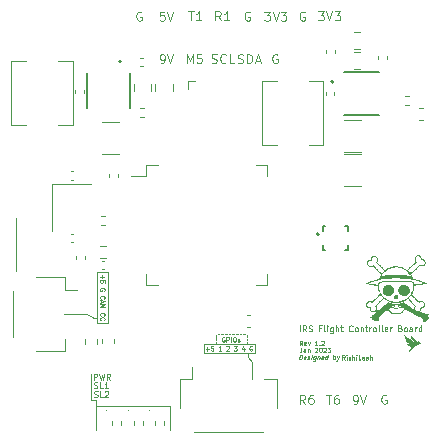
<source format=gbr>
%TF.GenerationSoftware,KiCad,Pcbnew,(6.0.4)*%
%TF.CreationDate,2023-01-18T22:00:33-06:00*%
%TF.ProjectId,Flight_Controller,466c6967-6874-45f4-936f-6e74726f6c6c,rev?*%
%TF.SameCoordinates,Original*%
%TF.FileFunction,Legend,Top*%
%TF.FilePolarity,Positive*%
%FSLAX46Y46*%
G04 Gerber Fmt 4.6, Leading zero omitted, Abs format (unit mm)*
G04 Created by KiCad (PCBNEW (6.0.4)) date 2023-01-18 22:00:33*
%MOMM*%
%LPD*%
G01*
G04 APERTURE LIST*
%ADD10C,0.101600*%
%ADD11C,0.050800*%
%ADD12C,0.076200*%
%ADD13C,0.100000*%
%ADD14C,0.120000*%
%ADD15C,0.127000*%
%ADD16C,0.200000*%
G04 APERTURE END LIST*
D10*
X125080000Y-86210000D02*
X125620000Y-86520000D01*
X134970000Y-88760000D02*
X139250000Y-88760000D01*
X139250000Y-88760000D02*
X139250000Y-89490000D01*
X139250000Y-89490000D02*
X134970000Y-89490000D01*
X134970000Y-89490000D02*
X134970000Y-88760000D01*
X137070000Y-87890000D02*
X137210000Y-87890000D01*
X138730000Y-89860000D02*
X138730000Y-89490000D01*
X135960000Y-88420000D02*
X135960000Y-88280000D01*
X123130000Y-86210000D02*
X125080000Y-86210000D01*
X137510000Y-87890000D02*
X137370000Y-87890000D01*
X119070000Y-78090000D02*
X119070000Y-82590000D01*
X136270000Y-87890000D02*
X136130000Y-87890000D01*
X132120005Y-93990008D02*
X132120005Y-96020001D01*
X138580000Y-88730000D02*
X138580000Y-88590000D01*
X125389996Y-93450004D02*
X125389996Y-91280005D01*
X135960000Y-88120000D02*
X135960000Y-87980000D01*
X138580000Y-88140000D02*
X138580000Y-88000000D01*
X139030000Y-91730000D02*
X139030000Y-90230000D01*
X125810010Y-93990008D02*
X132120005Y-93990008D01*
X139030000Y-90230000D02*
X138730000Y-89860000D01*
X136590000Y-87890000D02*
X136450000Y-87890000D01*
X135960000Y-88710000D02*
X135960000Y-88570000D01*
X125810010Y-96000011D02*
X125810010Y-93990008D01*
X138580000Y-88440000D02*
X138580000Y-88300000D01*
X125620000Y-86520000D02*
X125930000Y-86520000D01*
X138140000Y-87890000D02*
X138000000Y-87890000D01*
X138310000Y-87890000D02*
X138450000Y-87890000D01*
X125940000Y-82690000D02*
X126810000Y-82690000D01*
X126810000Y-82690000D02*
X126810000Y-86980000D01*
X126810000Y-86980000D02*
X125940000Y-86980000D01*
X125940000Y-86980000D02*
X125940000Y-82690000D01*
X136900000Y-87890000D02*
X136760000Y-87890000D01*
X125810010Y-93450004D02*
X125389996Y-93450004D01*
X125810010Y-94020005D02*
X125810010Y-93450004D01*
X137830000Y-87890000D02*
X137690000Y-87890000D01*
X133523142Y-64964714D02*
X133523142Y-64202714D01*
X133777142Y-64747000D01*
X134031142Y-64202714D01*
X134031142Y-64964714D01*
X134756857Y-64202714D02*
X134394000Y-64202714D01*
X134357714Y-64565571D01*
X134394000Y-64529285D01*
X134466571Y-64493000D01*
X134648000Y-64493000D01*
X134720571Y-64529285D01*
X134756857Y-64565571D01*
X134793142Y-64638142D01*
X134793142Y-64819571D01*
X134756857Y-64892142D01*
X134720571Y-64928428D01*
X134648000Y-64964714D01*
X134466571Y-64964714D01*
X134394000Y-64928428D01*
X134357714Y-64892142D01*
X140086571Y-60602714D02*
X140558285Y-60602714D01*
X140304285Y-60893000D01*
X140413142Y-60893000D01*
X140485714Y-60929285D01*
X140522000Y-60965571D01*
X140558285Y-61038142D01*
X140558285Y-61219571D01*
X140522000Y-61292142D01*
X140485714Y-61328428D01*
X140413142Y-61364714D01*
X140195428Y-61364714D01*
X140122857Y-61328428D01*
X140086571Y-61292142D01*
X140776000Y-60602714D02*
X141030000Y-61364714D01*
X141284000Y-60602714D01*
X141465428Y-60602714D02*
X141937142Y-60602714D01*
X141683142Y-60893000D01*
X141792000Y-60893000D01*
X141864571Y-60929285D01*
X141900857Y-60965571D01*
X141937142Y-61038142D01*
X141937142Y-61219571D01*
X141900857Y-61292142D01*
X141864571Y-61328428D01*
X141792000Y-61364714D01*
X141574285Y-61364714D01*
X141501714Y-61328428D01*
X141465428Y-61292142D01*
X131614857Y-60602714D02*
X131252000Y-60602714D01*
X131215714Y-60965571D01*
X131252000Y-60929285D01*
X131324571Y-60893000D01*
X131506000Y-60893000D01*
X131578571Y-60929285D01*
X131614857Y-60965571D01*
X131651142Y-61038142D01*
X131651142Y-61219571D01*
X131614857Y-61292142D01*
X131578571Y-61328428D01*
X131506000Y-61364714D01*
X131324571Y-61364714D01*
X131252000Y-61328428D01*
X131215714Y-61292142D01*
X131868857Y-60602714D02*
X132122857Y-61364714D01*
X132376857Y-60602714D01*
D11*
X136694785Y-88189500D02*
X136658500Y-88171357D01*
X136604071Y-88171357D01*
X136549642Y-88189500D01*
X136513357Y-88225785D01*
X136495214Y-88262071D01*
X136477071Y-88334642D01*
X136477071Y-88389071D01*
X136495214Y-88461642D01*
X136513357Y-88497928D01*
X136549642Y-88534214D01*
X136604071Y-88552357D01*
X136640357Y-88552357D01*
X136694785Y-88534214D01*
X136712928Y-88516071D01*
X136712928Y-88389071D01*
X136640357Y-88389071D01*
X136876214Y-88552357D02*
X136876214Y-88171357D01*
X137021357Y-88171357D01*
X137057642Y-88189500D01*
X137075785Y-88207642D01*
X137093928Y-88243928D01*
X137093928Y-88298357D01*
X137075785Y-88334642D01*
X137057642Y-88352785D01*
X137021357Y-88370928D01*
X136876214Y-88370928D01*
X137257214Y-88552357D02*
X137257214Y-88171357D01*
X137511214Y-88171357D02*
X137583785Y-88171357D01*
X137620071Y-88189500D01*
X137656357Y-88225785D01*
X137674500Y-88298357D01*
X137674500Y-88425357D01*
X137656357Y-88497928D01*
X137620071Y-88534214D01*
X137583785Y-88552357D01*
X137511214Y-88552357D01*
X137474928Y-88534214D01*
X137438642Y-88497928D01*
X137420500Y-88425357D01*
X137420500Y-88298357D01*
X137438642Y-88225785D01*
X137474928Y-88189500D01*
X137511214Y-88171357D01*
X137819642Y-88534214D02*
X137855928Y-88552357D01*
X137928500Y-88552357D01*
X137964785Y-88534214D01*
X137982928Y-88497928D01*
X137982928Y-88479785D01*
X137964785Y-88443500D01*
X137928500Y-88425357D01*
X137874071Y-88425357D01*
X137837785Y-88407214D01*
X137819642Y-88370928D01*
X137819642Y-88352785D01*
X137837785Y-88316500D01*
X137874071Y-88298357D01*
X137928500Y-88298357D01*
X137964785Y-88316500D01*
X146885857Y-90062357D02*
X146758857Y-89880928D01*
X146668142Y-90062357D02*
X146668142Y-89681357D01*
X146813285Y-89681357D01*
X146849571Y-89699500D01*
X146867714Y-89717642D01*
X146885857Y-89753928D01*
X146885857Y-89808357D01*
X146867714Y-89844642D01*
X146849571Y-89862785D01*
X146813285Y-89880928D01*
X146668142Y-89880928D01*
X147049142Y-90062357D02*
X147049142Y-89808357D01*
X147049142Y-89681357D02*
X147031000Y-89699500D01*
X147049142Y-89717642D01*
X147067285Y-89699500D01*
X147049142Y-89681357D01*
X147049142Y-89717642D01*
X147212428Y-90044214D02*
X147248714Y-90062357D01*
X147321285Y-90062357D01*
X147357571Y-90044214D01*
X147375714Y-90007928D01*
X147375714Y-89989785D01*
X147357571Y-89953500D01*
X147321285Y-89935357D01*
X147266857Y-89935357D01*
X147230571Y-89917214D01*
X147212428Y-89880928D01*
X147212428Y-89862785D01*
X147230571Y-89826500D01*
X147266857Y-89808357D01*
X147321285Y-89808357D01*
X147357571Y-89826500D01*
X147539000Y-90062357D02*
X147539000Y-89681357D01*
X147702285Y-90062357D02*
X147702285Y-89862785D01*
X147684142Y-89826500D01*
X147647857Y-89808357D01*
X147593428Y-89808357D01*
X147557142Y-89826500D01*
X147539000Y-89844642D01*
X147883714Y-90062357D02*
X147883714Y-89808357D01*
X147883714Y-89681357D02*
X147865571Y-89699500D01*
X147883714Y-89717642D01*
X147901857Y-89699500D01*
X147883714Y-89681357D01*
X147883714Y-89717642D01*
X148065142Y-90062357D02*
X148065142Y-89681357D01*
X148101428Y-89917214D02*
X148210285Y-90062357D01*
X148210285Y-89808357D02*
X148065142Y-89953500D01*
X148518714Y-90044214D02*
X148482428Y-90062357D01*
X148409857Y-90062357D01*
X148373571Y-90044214D01*
X148355428Y-90007928D01*
X148355428Y-89862785D01*
X148373571Y-89826500D01*
X148409857Y-89808357D01*
X148482428Y-89808357D01*
X148518714Y-89826500D01*
X148536857Y-89862785D01*
X148536857Y-89899071D01*
X148355428Y-89935357D01*
X148682000Y-90044214D02*
X148718285Y-90062357D01*
X148790857Y-90062357D01*
X148827142Y-90044214D01*
X148845285Y-90007928D01*
X148845285Y-89989785D01*
X148827142Y-89953500D01*
X148790857Y-89935357D01*
X148736428Y-89935357D01*
X148700142Y-89917214D01*
X148682000Y-89880928D01*
X148682000Y-89862785D01*
X148700142Y-89826500D01*
X148736428Y-89808357D01*
X148790857Y-89808357D01*
X148827142Y-89826500D01*
X149008571Y-90062357D02*
X149008571Y-89681357D01*
X149171857Y-90062357D02*
X149171857Y-89862785D01*
X149153714Y-89826500D01*
X149117428Y-89808357D01*
X149063000Y-89808357D01*
X149026714Y-89826500D01*
X149008571Y-89844642D01*
D10*
X143499571Y-60639000D02*
X143427000Y-60602714D01*
X143318142Y-60602714D01*
X143209285Y-60639000D01*
X143136714Y-60711571D01*
X143100428Y-60784142D01*
X143064142Y-60929285D01*
X143064142Y-61038142D01*
X143100428Y-61183285D01*
X143136714Y-61255857D01*
X143209285Y-61328428D01*
X143318142Y-61364714D01*
X143390714Y-61364714D01*
X143499571Y-61328428D01*
X143535857Y-61292142D01*
X143535857Y-61038142D01*
X143390714Y-61038142D01*
X137854714Y-64928428D02*
X137963571Y-64964714D01*
X138145000Y-64964714D01*
X138217571Y-64928428D01*
X138253857Y-64892142D01*
X138290142Y-64819571D01*
X138290142Y-64747000D01*
X138253857Y-64674428D01*
X138217571Y-64638142D01*
X138145000Y-64601857D01*
X137999857Y-64565571D01*
X137927285Y-64529285D01*
X137891000Y-64493000D01*
X137854714Y-64420428D01*
X137854714Y-64347857D01*
X137891000Y-64275285D01*
X137927285Y-64239000D01*
X137999857Y-64202714D01*
X138181285Y-64202714D01*
X138290142Y-64239000D01*
X138616714Y-64964714D02*
X138616714Y-64202714D01*
X138798142Y-64202714D01*
X138907000Y-64239000D01*
X138979571Y-64311571D01*
X139015857Y-64384142D01*
X139052142Y-64529285D01*
X139052142Y-64638142D01*
X139015857Y-64783285D01*
X138979571Y-64855857D01*
X138907000Y-64928428D01*
X138798142Y-64964714D01*
X138616714Y-64964714D01*
X139342428Y-64747000D02*
X139705285Y-64747000D01*
X139269857Y-64964714D02*
X139523857Y-64202714D01*
X139777857Y-64964714D01*
X133659428Y-60592714D02*
X134094857Y-60592714D01*
X133877142Y-61354714D02*
X133877142Y-60592714D01*
X134748000Y-61354714D02*
X134312571Y-61354714D01*
X134530285Y-61354714D02*
X134530285Y-60592714D01*
X134457714Y-60701571D01*
X134385142Y-60774142D01*
X134312571Y-60810428D01*
X135612857Y-64918428D02*
X135721714Y-64954714D01*
X135903142Y-64954714D01*
X135975714Y-64918428D01*
X136012000Y-64882142D01*
X136048285Y-64809571D01*
X136048285Y-64737000D01*
X136012000Y-64664428D01*
X135975714Y-64628142D01*
X135903142Y-64591857D01*
X135758000Y-64555571D01*
X135685428Y-64519285D01*
X135649142Y-64483000D01*
X135612857Y-64410428D01*
X135612857Y-64337857D01*
X135649142Y-64265285D01*
X135685428Y-64229000D01*
X135758000Y-64192714D01*
X135939428Y-64192714D01*
X136048285Y-64229000D01*
X136810285Y-64882142D02*
X136774000Y-64918428D01*
X136665142Y-64954714D01*
X136592571Y-64954714D01*
X136483714Y-64918428D01*
X136411142Y-64845857D01*
X136374857Y-64773285D01*
X136338571Y-64628142D01*
X136338571Y-64519285D01*
X136374857Y-64374142D01*
X136411142Y-64301571D01*
X136483714Y-64229000D01*
X136592571Y-64192714D01*
X136665142Y-64192714D01*
X136774000Y-64229000D01*
X136810285Y-64265285D01*
X137499714Y-64954714D02*
X137136857Y-64954714D01*
X137136857Y-64192714D01*
D12*
X125657333Y-92455619D02*
X125729904Y-92479809D01*
X125850857Y-92479809D01*
X125899238Y-92455619D01*
X125923428Y-92431428D01*
X125947619Y-92383047D01*
X125947619Y-92334666D01*
X125923428Y-92286285D01*
X125899238Y-92262095D01*
X125850857Y-92237904D01*
X125754095Y-92213714D01*
X125705714Y-92189523D01*
X125681523Y-92165333D01*
X125657333Y-92116952D01*
X125657333Y-92068571D01*
X125681523Y-92020190D01*
X125705714Y-91996000D01*
X125754095Y-91971809D01*
X125875047Y-91971809D01*
X125947619Y-91996000D01*
X126407238Y-92479809D02*
X126165333Y-92479809D01*
X126165333Y-91971809D01*
X126842666Y-92479809D02*
X126552380Y-92479809D01*
X126697523Y-92479809D02*
X126697523Y-91971809D01*
X126649142Y-92044380D01*
X126600761Y-92092761D01*
X126552380Y-92116952D01*
D10*
X147638276Y-93824715D02*
X147783419Y-93824715D01*
X147855991Y-93788429D01*
X147892276Y-93752143D01*
X147964848Y-93643286D01*
X148001133Y-93498143D01*
X148001133Y-93207858D01*
X147964848Y-93135286D01*
X147928562Y-93099001D01*
X147855991Y-93062715D01*
X147710848Y-93062715D01*
X147638276Y-93099001D01*
X147601991Y-93135286D01*
X147565705Y-93207858D01*
X147565705Y-93389286D01*
X147601991Y-93461858D01*
X147638276Y-93498143D01*
X147710848Y-93534429D01*
X147855991Y-93534429D01*
X147928562Y-93498143D01*
X147964848Y-93461858D01*
X148001133Y-93389286D01*
X148218848Y-93062715D02*
X148472848Y-93824715D01*
X148726848Y-93062715D01*
D11*
X126322785Y-82895000D02*
X126322785Y-83185285D01*
X126177642Y-83040142D02*
X126467928Y-83040142D01*
X126558642Y-83548142D02*
X126558642Y-83366714D01*
X126377214Y-83348571D01*
X126395357Y-83366714D01*
X126413500Y-83403000D01*
X126413500Y-83493714D01*
X126395357Y-83530000D01*
X126377214Y-83548142D01*
X126340928Y-83566285D01*
X126250214Y-83566285D01*
X126213928Y-83548142D01*
X126195785Y-83530000D01*
X126177642Y-83493714D01*
X126177642Y-83403000D01*
X126195785Y-83366714D01*
X126213928Y-83348571D01*
X126540500Y-84219428D02*
X126558642Y-84183142D01*
X126558642Y-84128714D01*
X126540500Y-84074285D01*
X126504214Y-84038000D01*
X126467928Y-84019857D01*
X126395357Y-84001714D01*
X126340928Y-84001714D01*
X126268357Y-84019857D01*
X126232071Y-84038000D01*
X126195785Y-84074285D01*
X126177642Y-84128714D01*
X126177642Y-84165000D01*
X126195785Y-84219428D01*
X126213928Y-84237571D01*
X126340928Y-84237571D01*
X126340928Y-84165000D01*
X126213928Y-84908857D02*
X126195785Y-84890714D01*
X126177642Y-84836285D01*
X126177642Y-84800000D01*
X126195785Y-84745571D01*
X126232071Y-84709285D01*
X126268357Y-84691142D01*
X126340928Y-84673000D01*
X126395357Y-84673000D01*
X126467928Y-84691142D01*
X126504214Y-84709285D01*
X126540500Y-84745571D01*
X126558642Y-84800000D01*
X126558642Y-84836285D01*
X126540500Y-84890714D01*
X126522357Y-84908857D01*
X126286500Y-85054000D02*
X126286500Y-85235428D01*
X126177642Y-85017714D02*
X126558642Y-85144714D01*
X126177642Y-85271714D01*
X126177642Y-85398714D02*
X126558642Y-85398714D01*
X126286500Y-85525714D01*
X126558642Y-85652714D01*
X126177642Y-85652714D01*
X126213928Y-86342142D02*
X126195785Y-86324000D01*
X126177642Y-86269571D01*
X126177642Y-86233285D01*
X126195785Y-86178857D01*
X126232071Y-86142571D01*
X126268357Y-86124428D01*
X126340928Y-86106285D01*
X126395357Y-86106285D01*
X126467928Y-86124428D01*
X126504214Y-86142571D01*
X126540500Y-86178857D01*
X126558642Y-86233285D01*
X126558642Y-86269571D01*
X126540500Y-86324000D01*
X126522357Y-86342142D01*
X126213928Y-86723142D02*
X126195785Y-86705000D01*
X126177642Y-86650571D01*
X126177642Y-86614285D01*
X126195785Y-86559857D01*
X126232071Y-86523571D01*
X126268357Y-86505428D01*
X126340928Y-86487285D01*
X126395357Y-86487285D01*
X126467928Y-86505428D01*
X126504214Y-86523571D01*
X126540500Y-86559857D01*
X126558642Y-86614285D01*
X126558642Y-86650571D01*
X126540500Y-86705000D01*
X126522357Y-86723142D01*
D10*
X129679571Y-60639000D02*
X129607000Y-60602714D01*
X129498142Y-60602714D01*
X129389285Y-60639000D01*
X129316714Y-60711571D01*
X129280428Y-60784142D01*
X129244142Y-60929285D01*
X129244142Y-61038142D01*
X129280428Y-61183285D01*
X129316714Y-61255857D01*
X129389285Y-61328428D01*
X129498142Y-61364714D01*
X129570714Y-61364714D01*
X129679571Y-61328428D01*
X129715857Y-61292142D01*
X129715857Y-61038142D01*
X129570714Y-61038142D01*
D12*
X125667333Y-93215619D02*
X125739904Y-93239809D01*
X125860857Y-93239809D01*
X125909238Y-93215619D01*
X125933428Y-93191428D01*
X125957619Y-93143047D01*
X125957619Y-93094666D01*
X125933428Y-93046285D01*
X125909238Y-93022095D01*
X125860857Y-92997904D01*
X125764095Y-92973714D01*
X125715714Y-92949523D01*
X125691523Y-92925333D01*
X125667333Y-92876952D01*
X125667333Y-92828571D01*
X125691523Y-92780190D01*
X125715714Y-92756000D01*
X125764095Y-92731809D01*
X125885047Y-92731809D01*
X125957619Y-92756000D01*
X126417238Y-93239809D02*
X126175333Y-93239809D01*
X126175333Y-92731809D01*
X126562380Y-92780190D02*
X126586571Y-92756000D01*
X126634952Y-92731809D01*
X126755904Y-92731809D01*
X126804285Y-92756000D01*
X126828476Y-92780190D01*
X126852666Y-92828571D01*
X126852666Y-92876952D01*
X126828476Y-92949523D01*
X126538190Y-93239809D01*
X126852666Y-93239809D01*
D11*
X143300785Y-88842357D02*
X143173785Y-88660928D01*
X143083071Y-88842357D02*
X143083071Y-88461357D01*
X143228214Y-88461357D01*
X143264500Y-88479500D01*
X143282642Y-88497642D01*
X143300785Y-88533928D01*
X143300785Y-88588357D01*
X143282642Y-88624642D01*
X143264500Y-88642785D01*
X143228214Y-88660928D01*
X143083071Y-88660928D01*
X143609214Y-88824214D02*
X143572928Y-88842357D01*
X143500357Y-88842357D01*
X143464071Y-88824214D01*
X143445928Y-88787928D01*
X143445928Y-88642785D01*
X143464071Y-88606500D01*
X143500357Y-88588357D01*
X143572928Y-88588357D01*
X143609214Y-88606500D01*
X143627357Y-88642785D01*
X143627357Y-88679071D01*
X143445928Y-88715357D01*
X143754357Y-88588357D02*
X143845071Y-88842357D01*
X143935785Y-88588357D01*
X144570785Y-88842357D02*
X144353071Y-88842357D01*
X144461928Y-88842357D02*
X144461928Y-88461357D01*
X144425642Y-88515785D01*
X144389357Y-88552071D01*
X144353071Y-88570214D01*
X144734071Y-88806071D02*
X144752214Y-88824214D01*
X144734071Y-88842357D01*
X144715928Y-88824214D01*
X144734071Y-88806071D01*
X144734071Y-88842357D01*
X144897357Y-88497642D02*
X144915500Y-88479500D01*
X144951785Y-88461357D01*
X145042500Y-88461357D01*
X145078785Y-88479500D01*
X145096928Y-88497642D01*
X145115071Y-88533928D01*
X145115071Y-88570214D01*
X145096928Y-88624642D01*
X144879214Y-88842357D01*
X145115071Y-88842357D01*
X143037778Y-90042358D02*
X143085403Y-89661358D01*
X143176118Y-89661358D01*
X143228278Y-89679501D01*
X143260028Y-89715786D01*
X143273636Y-89752072D01*
X143282707Y-89824643D01*
X143275903Y-89879072D01*
X143248689Y-89951643D01*
X143226011Y-89987929D01*
X143185189Y-90024215D01*
X143128493Y-90042358D01*
X143037778Y-90042358D01*
X143566189Y-90024215D02*
X143527636Y-90042358D01*
X143455064Y-90042358D01*
X143421046Y-90024215D01*
X143407439Y-89987929D01*
X143425582Y-89842786D01*
X143448261Y-89806501D01*
X143486814Y-89788358D01*
X143559386Y-89788358D01*
X143593403Y-89806501D01*
X143607011Y-89842786D01*
X143602475Y-89879072D01*
X143416511Y-89915358D01*
X143729475Y-90024215D02*
X143763493Y-90042358D01*
X143836064Y-90042358D01*
X143874618Y-90024215D01*
X143897296Y-89987929D01*
X143899564Y-89969786D01*
X143885957Y-89933501D01*
X143851939Y-89915358D01*
X143797511Y-89915358D01*
X143763493Y-89897215D01*
X143749886Y-89860929D01*
X143752153Y-89842786D01*
X143774832Y-89806501D01*
X143813386Y-89788358D01*
X143867814Y-89788358D01*
X143901832Y-89806501D01*
X144053778Y-90042358D02*
X144085528Y-89788358D01*
X144101403Y-89661358D02*
X144080993Y-89679501D01*
X144096868Y-89697643D01*
X144117278Y-89679501D01*
X144101403Y-89661358D01*
X144096868Y-89697643D01*
X144430243Y-89788358D02*
X144391689Y-90096786D01*
X144369011Y-90133072D01*
X144348600Y-90151215D01*
X144310046Y-90169358D01*
X144255618Y-90169358D01*
X144221600Y-90151215D01*
X144400761Y-90024215D02*
X144362207Y-90042358D01*
X144289636Y-90042358D01*
X144255618Y-90024215D01*
X144239743Y-90006072D01*
X144226136Y-89969786D01*
X144239743Y-89860929D01*
X144262421Y-89824643D01*
X144282832Y-89806501D01*
X144321386Y-89788358D01*
X144393957Y-89788358D01*
X144427975Y-89806501D01*
X144611671Y-89788358D02*
X144579921Y-90042358D01*
X144607136Y-89824643D02*
X144627546Y-89806501D01*
X144666100Y-89788358D01*
X144720528Y-89788358D01*
X144754546Y-89806501D01*
X144768153Y-89842786D01*
X144743207Y-90042358D01*
X145072046Y-90024215D02*
X145033493Y-90042358D01*
X144960921Y-90042358D01*
X144926903Y-90024215D01*
X144913296Y-89987929D01*
X144931439Y-89842786D01*
X144954118Y-89806501D01*
X144992671Y-89788358D01*
X145065243Y-89788358D01*
X145099261Y-89806501D01*
X145112868Y-89842786D01*
X145108332Y-89879072D01*
X144922368Y-89915358D01*
X145414493Y-90042358D02*
X145462118Y-89661358D01*
X145416761Y-90024215D02*
X145378207Y-90042358D01*
X145305636Y-90042358D01*
X145271618Y-90024215D01*
X145255743Y-90006072D01*
X145242136Y-89969786D01*
X145255743Y-89860929D01*
X145278421Y-89824643D01*
X145298832Y-89806501D01*
X145337386Y-89788358D01*
X145409957Y-89788358D01*
X145443975Y-89806501D01*
X145886207Y-90042358D02*
X145933832Y-89661358D01*
X145915689Y-89806501D02*
X145954243Y-89788358D01*
X146026814Y-89788358D01*
X146060832Y-89806501D01*
X146076707Y-89824643D01*
X146090314Y-89860929D01*
X146076707Y-89969786D01*
X146054028Y-90006072D01*
X146033618Y-90024215D01*
X145995064Y-90042358D01*
X145922493Y-90042358D01*
X145888475Y-90024215D01*
X146226386Y-89788358D02*
X146285350Y-90042358D01*
X146407814Y-89788358D02*
X146285350Y-90042358D01*
X146237725Y-90133072D01*
X146217314Y-90151215D01*
X146178761Y-90169358D01*
X135101500Y-89157214D02*
X135391785Y-89157214D01*
X135246642Y-89302357D02*
X135246642Y-89012071D01*
X135754642Y-88921357D02*
X135573214Y-88921357D01*
X135555071Y-89102785D01*
X135573214Y-89084642D01*
X135609500Y-89066500D01*
X135700214Y-89066500D01*
X135736500Y-89084642D01*
X135754642Y-89102785D01*
X135772785Y-89139071D01*
X135772785Y-89229785D01*
X135754642Y-89266071D01*
X135736500Y-89284214D01*
X135700214Y-89302357D01*
X135609500Y-89302357D01*
X135573214Y-89284214D01*
X135555071Y-89266071D01*
X136425928Y-89302357D02*
X136208214Y-89302357D01*
X136317071Y-89302357D02*
X136317071Y-88921357D01*
X136280785Y-88975785D01*
X136244500Y-89012071D01*
X136208214Y-89030214D01*
X136861357Y-88957642D02*
X136879500Y-88939500D01*
X136915785Y-88921357D01*
X137006500Y-88921357D01*
X137042785Y-88939500D01*
X137060928Y-88957642D01*
X137079071Y-88993928D01*
X137079071Y-89030214D01*
X137060928Y-89084642D01*
X136843214Y-89302357D01*
X137079071Y-89302357D01*
X137496357Y-88921357D02*
X137732214Y-88921357D01*
X137605214Y-89066500D01*
X137659642Y-89066500D01*
X137695928Y-89084642D01*
X137714071Y-89102785D01*
X137732214Y-89139071D01*
X137732214Y-89229785D01*
X137714071Y-89266071D01*
X137695928Y-89284214D01*
X137659642Y-89302357D01*
X137550785Y-89302357D01*
X137514500Y-89284214D01*
X137496357Y-89266071D01*
X138349071Y-89048357D02*
X138349071Y-89302357D01*
X138258357Y-88903214D02*
X138167642Y-89175357D01*
X138403500Y-89175357D01*
X139038500Y-88939500D02*
X139002214Y-88921357D01*
X138947785Y-88921357D01*
X138893357Y-88939500D01*
X138857071Y-88975785D01*
X138838928Y-89012071D01*
X138820785Y-89084642D01*
X138820785Y-89139071D01*
X138838928Y-89211642D01*
X138857071Y-89247928D01*
X138893357Y-89284214D01*
X138947785Y-89302357D01*
X138984071Y-89302357D01*
X139038500Y-89284214D01*
X139056642Y-89266071D01*
X139056642Y-89139071D01*
X138984071Y-89139071D01*
D12*
X143099523Y-87679809D02*
X143099523Y-87171809D01*
X143631714Y-87679809D02*
X143462380Y-87437904D01*
X143341428Y-87679809D02*
X143341428Y-87171809D01*
X143534952Y-87171809D01*
X143583333Y-87196000D01*
X143607523Y-87220190D01*
X143631714Y-87268571D01*
X143631714Y-87341142D01*
X143607523Y-87389523D01*
X143583333Y-87413714D01*
X143534952Y-87437904D01*
X143341428Y-87437904D01*
X143825238Y-87655619D02*
X143897809Y-87679809D01*
X144018761Y-87679809D01*
X144067142Y-87655619D01*
X144091333Y-87631428D01*
X144115523Y-87583047D01*
X144115523Y-87534666D01*
X144091333Y-87486285D01*
X144067142Y-87462095D01*
X144018761Y-87437904D01*
X143922000Y-87413714D01*
X143873619Y-87389523D01*
X143849428Y-87365333D01*
X143825238Y-87316952D01*
X143825238Y-87268571D01*
X143849428Y-87220190D01*
X143873619Y-87196000D01*
X143922000Y-87171809D01*
X144042952Y-87171809D01*
X144115523Y-87196000D01*
X144889619Y-87413714D02*
X144720285Y-87413714D01*
X144720285Y-87679809D02*
X144720285Y-87171809D01*
X144962190Y-87171809D01*
X145228285Y-87679809D02*
X145179904Y-87655619D01*
X145155714Y-87607238D01*
X145155714Y-87171809D01*
X145421809Y-87679809D02*
X145421809Y-87341142D01*
X145421809Y-87171809D02*
X145397619Y-87196000D01*
X145421809Y-87220190D01*
X145446000Y-87196000D01*
X145421809Y-87171809D01*
X145421809Y-87220190D01*
X145881428Y-87341142D02*
X145881428Y-87752380D01*
X145857238Y-87800761D01*
X145833047Y-87824952D01*
X145784666Y-87849142D01*
X145712095Y-87849142D01*
X145663714Y-87824952D01*
X145881428Y-87655619D02*
X145833047Y-87679809D01*
X145736285Y-87679809D01*
X145687904Y-87655619D01*
X145663714Y-87631428D01*
X145639523Y-87583047D01*
X145639523Y-87437904D01*
X145663714Y-87389523D01*
X145687904Y-87365333D01*
X145736285Y-87341142D01*
X145833047Y-87341142D01*
X145881428Y-87365333D01*
X146123333Y-87679809D02*
X146123333Y-87171809D01*
X146341047Y-87679809D02*
X146341047Y-87413714D01*
X146316857Y-87365333D01*
X146268476Y-87341142D01*
X146195904Y-87341142D01*
X146147523Y-87365333D01*
X146123333Y-87389523D01*
X146510380Y-87341142D02*
X146703904Y-87341142D01*
X146582952Y-87171809D02*
X146582952Y-87607238D01*
X146607142Y-87655619D01*
X146655523Y-87679809D01*
X146703904Y-87679809D01*
X147550571Y-87631428D02*
X147526380Y-87655619D01*
X147453809Y-87679809D01*
X147405428Y-87679809D01*
X147332857Y-87655619D01*
X147284476Y-87607238D01*
X147260285Y-87558857D01*
X147236095Y-87462095D01*
X147236095Y-87389523D01*
X147260285Y-87292761D01*
X147284476Y-87244380D01*
X147332857Y-87196000D01*
X147405428Y-87171809D01*
X147453809Y-87171809D01*
X147526380Y-87196000D01*
X147550571Y-87220190D01*
X147840857Y-87679809D02*
X147792476Y-87655619D01*
X147768285Y-87631428D01*
X147744095Y-87583047D01*
X147744095Y-87437904D01*
X147768285Y-87389523D01*
X147792476Y-87365333D01*
X147840857Y-87341142D01*
X147913428Y-87341142D01*
X147961809Y-87365333D01*
X147986000Y-87389523D01*
X148010190Y-87437904D01*
X148010190Y-87583047D01*
X147986000Y-87631428D01*
X147961809Y-87655619D01*
X147913428Y-87679809D01*
X147840857Y-87679809D01*
X148227904Y-87341142D02*
X148227904Y-87679809D01*
X148227904Y-87389523D02*
X148252095Y-87365333D01*
X148300476Y-87341142D01*
X148373047Y-87341142D01*
X148421428Y-87365333D01*
X148445619Y-87413714D01*
X148445619Y-87679809D01*
X148614952Y-87341142D02*
X148808476Y-87341142D01*
X148687523Y-87171809D02*
X148687523Y-87607238D01*
X148711714Y-87655619D01*
X148760095Y-87679809D01*
X148808476Y-87679809D01*
X148977809Y-87679809D02*
X148977809Y-87341142D01*
X148977809Y-87437904D02*
X149002000Y-87389523D01*
X149026190Y-87365333D01*
X149074571Y-87341142D01*
X149122952Y-87341142D01*
X149364857Y-87679809D02*
X149316476Y-87655619D01*
X149292285Y-87631428D01*
X149268095Y-87583047D01*
X149268095Y-87437904D01*
X149292285Y-87389523D01*
X149316476Y-87365333D01*
X149364857Y-87341142D01*
X149437428Y-87341142D01*
X149485809Y-87365333D01*
X149510000Y-87389523D01*
X149534190Y-87437904D01*
X149534190Y-87583047D01*
X149510000Y-87631428D01*
X149485809Y-87655619D01*
X149437428Y-87679809D01*
X149364857Y-87679809D01*
X149824476Y-87679809D02*
X149776095Y-87655619D01*
X149751904Y-87607238D01*
X149751904Y-87171809D01*
X150090571Y-87679809D02*
X150042190Y-87655619D01*
X150018000Y-87607238D01*
X150018000Y-87171809D01*
X150477619Y-87655619D02*
X150429238Y-87679809D01*
X150332476Y-87679809D01*
X150284095Y-87655619D01*
X150259904Y-87607238D01*
X150259904Y-87413714D01*
X150284095Y-87365333D01*
X150332476Y-87341142D01*
X150429238Y-87341142D01*
X150477619Y-87365333D01*
X150501809Y-87413714D01*
X150501809Y-87462095D01*
X150259904Y-87510476D01*
X150719523Y-87679809D02*
X150719523Y-87341142D01*
X150719523Y-87437904D02*
X150743714Y-87389523D01*
X150767904Y-87365333D01*
X150816285Y-87341142D01*
X150864666Y-87341142D01*
X151590380Y-87413714D02*
X151662952Y-87437904D01*
X151687142Y-87462095D01*
X151711333Y-87510476D01*
X151711333Y-87583047D01*
X151687142Y-87631428D01*
X151662952Y-87655619D01*
X151614571Y-87679809D01*
X151421047Y-87679809D01*
X151421047Y-87171809D01*
X151590380Y-87171809D01*
X151638761Y-87196000D01*
X151662952Y-87220190D01*
X151687142Y-87268571D01*
X151687142Y-87316952D01*
X151662952Y-87365333D01*
X151638761Y-87389523D01*
X151590380Y-87413714D01*
X151421047Y-87413714D01*
X152001619Y-87679809D02*
X151953238Y-87655619D01*
X151929047Y-87631428D01*
X151904857Y-87583047D01*
X151904857Y-87437904D01*
X151929047Y-87389523D01*
X151953238Y-87365333D01*
X152001619Y-87341142D01*
X152074190Y-87341142D01*
X152122571Y-87365333D01*
X152146761Y-87389523D01*
X152170952Y-87437904D01*
X152170952Y-87583047D01*
X152146761Y-87631428D01*
X152122571Y-87655619D01*
X152074190Y-87679809D01*
X152001619Y-87679809D01*
X152606380Y-87679809D02*
X152606380Y-87413714D01*
X152582190Y-87365333D01*
X152533809Y-87341142D01*
X152437047Y-87341142D01*
X152388666Y-87365333D01*
X152606380Y-87655619D02*
X152558000Y-87679809D01*
X152437047Y-87679809D01*
X152388666Y-87655619D01*
X152364476Y-87607238D01*
X152364476Y-87558857D01*
X152388666Y-87510476D01*
X152437047Y-87486285D01*
X152558000Y-87486285D01*
X152606380Y-87462095D01*
X152848285Y-87679809D02*
X152848285Y-87341142D01*
X152848285Y-87437904D02*
X152872476Y-87389523D01*
X152896666Y-87365333D01*
X152945047Y-87341142D01*
X152993428Y-87341142D01*
X153380476Y-87679809D02*
X153380476Y-87171809D01*
X153380476Y-87655619D02*
X153332095Y-87679809D01*
X153235333Y-87679809D01*
X153186952Y-87655619D01*
X153162761Y-87631428D01*
X153138571Y-87583047D01*
X153138571Y-87437904D01*
X153162761Y-87389523D01*
X153186952Y-87365333D01*
X153235333Y-87341142D01*
X153332095Y-87341142D01*
X153380476Y-87365333D01*
D10*
X150419571Y-93079000D02*
X150347000Y-93042714D01*
X150238142Y-93042714D01*
X150129285Y-93079000D01*
X150056714Y-93151571D01*
X150020428Y-93224142D01*
X149984142Y-93369285D01*
X149984142Y-93478142D01*
X150020428Y-93623285D01*
X150056714Y-93695857D01*
X150129285Y-93768428D01*
X150238142Y-93804714D01*
X150310714Y-93804714D01*
X150419571Y-93768428D01*
X150455857Y-93732142D01*
X150455857Y-93478142D01*
X150310714Y-93478142D01*
X145319416Y-93052714D02*
X145754845Y-93052714D01*
X145537130Y-93814714D02*
X145537130Y-93052714D01*
X146335416Y-93052714D02*
X146190273Y-93052714D01*
X146117702Y-93089000D01*
X146081416Y-93125285D01*
X146008845Y-93234142D01*
X145972559Y-93379285D01*
X145972559Y-93669571D01*
X146008845Y-93742142D01*
X146045130Y-93778428D01*
X146117702Y-93814714D01*
X146262845Y-93814714D01*
X146335416Y-93778428D01*
X146371702Y-93742142D01*
X146407988Y-93669571D01*
X146407988Y-93488142D01*
X146371702Y-93415571D01*
X146335416Y-93379285D01*
X146262845Y-93343000D01*
X146117702Y-93343000D01*
X146045130Y-93379285D01*
X146008845Y-93415571D01*
X145972559Y-93488142D01*
X141189571Y-64239000D02*
X141117000Y-64202714D01*
X141008142Y-64202714D01*
X140899285Y-64239000D01*
X140826714Y-64311571D01*
X140790428Y-64384142D01*
X140754142Y-64529285D01*
X140754142Y-64638142D01*
X140790428Y-64783285D01*
X140826714Y-64855857D01*
X140899285Y-64928428D01*
X141008142Y-64964714D01*
X141080714Y-64964714D01*
X141189571Y-64928428D01*
X141225857Y-64892142D01*
X141225857Y-64638142D01*
X141080714Y-64638142D01*
X136373000Y-61344714D02*
X136119000Y-60981857D01*
X135937571Y-61344714D02*
X135937571Y-60582714D01*
X136227857Y-60582714D01*
X136300428Y-60619000D01*
X136336714Y-60655285D01*
X136373000Y-60727857D01*
X136373000Y-60836714D01*
X136336714Y-60909285D01*
X136300428Y-60945571D01*
X136227857Y-60981857D01*
X135937571Y-60981857D01*
X137098714Y-61344714D02*
X136663285Y-61344714D01*
X136881000Y-61344714D02*
X136881000Y-60582714D01*
X136808428Y-60691571D01*
X136735857Y-60764142D01*
X136663285Y-60800428D01*
D12*
X125652666Y-91759809D02*
X125652666Y-91251809D01*
X125846190Y-91251809D01*
X125894571Y-91276000D01*
X125918761Y-91300190D01*
X125942952Y-91348571D01*
X125942952Y-91421142D01*
X125918761Y-91469523D01*
X125894571Y-91493714D01*
X125846190Y-91517904D01*
X125652666Y-91517904D01*
X126112285Y-91251809D02*
X126233238Y-91759809D01*
X126330000Y-91396952D01*
X126426761Y-91759809D01*
X126547714Y-91251809D01*
X127031523Y-91759809D02*
X126862190Y-91517904D01*
X126741238Y-91759809D02*
X126741238Y-91251809D01*
X126934761Y-91251809D01*
X126983142Y-91276000D01*
X127007333Y-91300190D01*
X127031523Y-91348571D01*
X127031523Y-91421142D01*
X127007333Y-91469523D01*
X126983142Y-91493714D01*
X126934761Y-91517904D01*
X126741238Y-91517904D01*
D11*
X143218857Y-89051357D02*
X143218857Y-89323500D01*
X143200714Y-89377928D01*
X143164428Y-89414214D01*
X143110000Y-89432357D01*
X143073714Y-89432357D01*
X143563571Y-89432357D02*
X143563571Y-89232785D01*
X143545428Y-89196500D01*
X143509142Y-89178357D01*
X143436571Y-89178357D01*
X143400285Y-89196500D01*
X143563571Y-89414214D02*
X143527285Y-89432357D01*
X143436571Y-89432357D01*
X143400285Y-89414214D01*
X143382142Y-89377928D01*
X143382142Y-89341642D01*
X143400285Y-89305357D01*
X143436571Y-89287214D01*
X143527285Y-89287214D01*
X143563571Y-89269071D01*
X143745000Y-89178357D02*
X143745000Y-89432357D01*
X143745000Y-89214642D02*
X143763142Y-89196500D01*
X143799428Y-89178357D01*
X143853857Y-89178357D01*
X143890142Y-89196500D01*
X143908285Y-89232785D01*
X143908285Y-89432357D01*
X144361857Y-89087642D02*
X144380000Y-89069500D01*
X144416285Y-89051357D01*
X144507000Y-89051357D01*
X144543285Y-89069500D01*
X144561428Y-89087642D01*
X144579571Y-89123928D01*
X144579571Y-89160214D01*
X144561428Y-89214642D01*
X144343714Y-89432357D01*
X144579571Y-89432357D01*
X144815428Y-89051357D02*
X144851714Y-89051357D01*
X144888000Y-89069500D01*
X144906142Y-89087642D01*
X144924285Y-89123928D01*
X144942428Y-89196500D01*
X144942428Y-89287214D01*
X144924285Y-89359785D01*
X144906142Y-89396071D01*
X144888000Y-89414214D01*
X144851714Y-89432357D01*
X144815428Y-89432357D01*
X144779142Y-89414214D01*
X144761000Y-89396071D01*
X144742857Y-89359785D01*
X144724714Y-89287214D01*
X144724714Y-89196500D01*
X144742857Y-89123928D01*
X144761000Y-89087642D01*
X144779142Y-89069500D01*
X144815428Y-89051357D01*
X145087571Y-89087642D02*
X145105714Y-89069500D01*
X145142000Y-89051357D01*
X145232714Y-89051357D01*
X145269000Y-89069500D01*
X145287142Y-89087642D01*
X145305285Y-89123928D01*
X145305285Y-89160214D01*
X145287142Y-89214642D01*
X145069428Y-89432357D01*
X145305285Y-89432357D01*
X145432285Y-89051357D02*
X145668142Y-89051357D01*
X145541142Y-89196500D01*
X145595571Y-89196500D01*
X145631857Y-89214642D01*
X145650000Y-89232785D01*
X145668142Y-89269071D01*
X145668142Y-89359785D01*
X145650000Y-89396071D01*
X145631857Y-89414214D01*
X145595571Y-89432357D01*
X145486714Y-89432357D01*
X145450428Y-89414214D01*
X145432285Y-89396071D01*
D10*
X131298285Y-64964714D02*
X131443428Y-64964714D01*
X131516000Y-64928428D01*
X131552285Y-64892142D01*
X131624857Y-64783285D01*
X131661142Y-64638142D01*
X131661142Y-64347857D01*
X131624857Y-64275285D01*
X131588571Y-64239000D01*
X131516000Y-64202714D01*
X131370857Y-64202714D01*
X131298285Y-64239000D01*
X131262000Y-64275285D01*
X131225714Y-64347857D01*
X131225714Y-64529285D01*
X131262000Y-64601857D01*
X131298285Y-64638142D01*
X131370857Y-64674428D01*
X131516000Y-64674428D01*
X131588571Y-64638142D01*
X131624857Y-64601857D01*
X131661142Y-64529285D01*
X131878857Y-64202714D02*
X132132857Y-64964714D01*
X132386857Y-64202714D01*
X144646571Y-60592714D02*
X145118285Y-60592714D01*
X144864285Y-60883000D01*
X144973142Y-60883000D01*
X145045714Y-60919285D01*
X145082000Y-60955571D01*
X145118285Y-61028142D01*
X145118285Y-61209571D01*
X145082000Y-61282142D01*
X145045714Y-61318428D01*
X144973142Y-61354714D01*
X144755428Y-61354714D01*
X144682857Y-61318428D01*
X144646571Y-61282142D01*
X145336000Y-60592714D02*
X145590000Y-61354714D01*
X145844000Y-60592714D01*
X146025428Y-60592714D02*
X146497142Y-60592714D01*
X146243142Y-60883000D01*
X146352000Y-60883000D01*
X146424571Y-60919285D01*
X146460857Y-60955571D01*
X146497142Y-61028142D01*
X146497142Y-61209571D01*
X146460857Y-61282142D01*
X146424571Y-61318428D01*
X146352000Y-61354714D01*
X146134285Y-61354714D01*
X146061714Y-61318428D01*
X146025428Y-61282142D01*
X138839571Y-60639000D02*
X138767000Y-60602714D01*
X138658142Y-60602714D01*
X138549285Y-60639000D01*
X138476714Y-60711571D01*
X138440428Y-60784142D01*
X138404142Y-60929285D01*
X138404142Y-61038142D01*
X138440428Y-61183285D01*
X138476714Y-61255857D01*
X138549285Y-61328428D01*
X138658142Y-61364714D01*
X138730714Y-61364714D01*
X138839571Y-61328428D01*
X138875857Y-61292142D01*
X138875857Y-61038142D01*
X138730714Y-61038142D01*
X143523000Y-93814714D02*
X143269000Y-93451857D01*
X143087571Y-93814714D02*
X143087571Y-93052714D01*
X143377857Y-93052714D01*
X143450428Y-93089000D01*
X143486714Y-93125285D01*
X143523000Y-93197857D01*
X143523000Y-93306714D01*
X143486714Y-93379285D01*
X143450428Y-93415571D01*
X143377857Y-93451857D01*
X143087571Y-93451857D01*
X144176142Y-93052714D02*
X144031000Y-93052714D01*
X143958428Y-93089000D01*
X143922142Y-93125285D01*
X143849571Y-93234142D01*
X143813285Y-93379285D01*
X143813285Y-93669571D01*
X143849571Y-93742142D01*
X143885857Y-93778428D01*
X143958428Y-93814714D01*
X144103571Y-93814714D01*
X144176142Y-93778428D01*
X144212428Y-93742142D01*
X144248714Y-93669571D01*
X144248714Y-93488142D01*
X144212428Y-93415571D01*
X144176142Y-93379285D01*
X144103571Y-93343000D01*
X143958428Y-93343000D01*
X143885857Y-93379285D01*
X143849571Y-93415571D01*
X143813285Y-93488142D01*
D13*
%TO.C,D3*%
X128550000Y-94370000D02*
G75*
G03*
X128550000Y-94370000I-50000J0D01*
G01*
D14*
%TO.C,FB1*%
X126647258Y-80437500D02*
X126172742Y-80437500D01*
X126647258Y-81482500D02*
X126172742Y-81482500D01*
%TO.C,R14*%
X131580000Y-95306359D02*
X131580000Y-95613641D01*
X130820000Y-95306359D02*
X130820000Y-95613641D01*
%TO.C,U8*%
X140320000Y-73550000D02*
X140320000Y-74500000D01*
X130100000Y-83770000D02*
X130100000Y-82820000D01*
X130100000Y-74500000D02*
X128760000Y-74500000D01*
X140320000Y-83770000D02*
X140320000Y-82820000D01*
X139370000Y-83770000D02*
X140320000Y-83770000D01*
X131050000Y-73550000D02*
X130100000Y-73550000D01*
X139370000Y-73550000D02*
X140320000Y-73550000D01*
X130100000Y-73550000D02*
X130100000Y-74500000D01*
X131050000Y-83770000D02*
X130100000Y-83770000D01*
%TO.C,C44*%
X124150000Y-81302164D02*
X124150000Y-81517836D01*
X124870000Y-81302164D02*
X124870000Y-81517836D01*
%TO.C,G\u002A\u002A\u002A*%
G36*
X151301930Y-84595785D02*
G01*
X151346343Y-84615677D01*
X151369261Y-84632176D01*
X151399831Y-84666487D01*
X151420742Y-84707984D01*
X151431310Y-84753587D01*
X151430853Y-84800218D01*
X151418689Y-84844796D01*
X151417141Y-84848290D01*
X151390082Y-84893212D01*
X151355315Y-84926979D01*
X151313215Y-84949331D01*
X151264155Y-84960010D01*
X151254912Y-84960658D01*
X151228867Y-84960972D01*
X151206038Y-84959554D01*
X151193499Y-84957260D01*
X151150819Y-84936766D01*
X151112348Y-84906064D01*
X151082029Y-84868546D01*
X151074219Y-84854722D01*
X151064015Y-84824327D01*
X151058875Y-84787074D01*
X151059246Y-84748936D01*
X151064161Y-84720532D01*
X151081104Y-84682068D01*
X151108132Y-84646188D01*
X151141777Y-84617018D01*
X151160254Y-84606113D01*
X151205963Y-84590639D01*
X151254163Y-84587318D01*
X151301930Y-84595785D01*
G37*
G36*
X150015100Y-85662887D02*
G01*
X150018739Y-85659970D01*
X151097928Y-85659970D01*
X151103815Y-85664753D01*
X151113422Y-85667705D01*
X151126108Y-85668858D01*
X151149221Y-85669631D01*
X151180468Y-85670053D01*
X151217553Y-85670152D01*
X151258183Y-85669957D01*
X151300062Y-85669496D01*
X151340895Y-85668798D01*
X151378388Y-85667892D01*
X151410246Y-85666806D01*
X151434174Y-85665568D01*
X151447877Y-85664208D01*
X151450160Y-85663510D01*
X151450466Y-85655319D01*
X151447727Y-85636271D01*
X151442436Y-85608678D01*
X151435082Y-85574856D01*
X151426156Y-85537117D01*
X151416149Y-85497776D01*
X151410842Y-85478042D01*
X151405230Y-85457586D01*
X151134151Y-85457586D01*
X151115963Y-85556458D01*
X151109562Y-85591609D01*
X151104169Y-85621899D01*
X151100216Y-85644843D01*
X151098137Y-85657957D01*
X151097928Y-85659970D01*
X150018739Y-85659970D01*
X150024120Y-85655657D01*
X150057999Y-85628705D01*
X150839534Y-85628705D01*
X150839707Y-85634479D01*
X150848405Y-85637497D01*
X150867333Y-85641316D01*
X150893143Y-85645484D01*
X150922485Y-85649546D01*
X150952010Y-85653050D01*
X150978369Y-85655542D01*
X150998214Y-85656570D01*
X151002532Y-85656519D01*
X151033132Y-85655331D01*
X151048426Y-85573940D01*
X151054110Y-85542410D01*
X151058395Y-85516122D01*
X151060876Y-85497755D01*
X151061148Y-85489989D01*
X151061109Y-85489939D01*
X151055126Y-85492793D01*
X151039831Y-85501667D01*
X151017388Y-85515209D01*
X150989956Y-85532064D01*
X150959698Y-85550880D01*
X150928774Y-85570302D01*
X150899347Y-85588977D01*
X150873576Y-85605552D01*
X150853623Y-85618672D01*
X150841650Y-85626986D01*
X150839534Y-85628705D01*
X150057999Y-85628705D01*
X150062804Y-85624882D01*
X150106386Y-85590586D01*
X150153570Y-85553756D01*
X150203058Y-85515383D01*
X150253554Y-85476453D01*
X150282581Y-85454197D01*
X151474061Y-85454197D01*
X151474583Y-85466461D01*
X151478420Y-85487408D01*
X151485734Y-85518826D01*
X151490535Y-85538175D01*
X151501363Y-85581190D01*
X151509406Y-85612702D01*
X151515146Y-85634448D01*
X151519065Y-85648166D01*
X151521648Y-85655594D01*
X151523378Y-85658468D01*
X151524063Y-85658740D01*
X151531385Y-85657569D01*
X151549589Y-85654359D01*
X151576150Y-85649562D01*
X151608544Y-85643631D01*
X151618286Y-85641835D01*
X151653172Y-85635202D01*
X151684182Y-85628954D01*
X151708347Y-85623715D01*
X151722693Y-85620108D01*
X151724206Y-85619607D01*
X151727526Y-85616880D01*
X151725924Y-85612091D01*
X151718260Y-85604327D01*
X151703392Y-85592679D01*
X151680178Y-85576236D01*
X151647479Y-85554088D01*
X151615044Y-85532525D01*
X151578299Y-85508383D01*
X151545050Y-85486862D01*
X151517085Y-85469096D01*
X151496196Y-85456216D01*
X151484173Y-85449355D01*
X151482302Y-85448562D01*
X151476689Y-85448827D01*
X151474061Y-85454197D01*
X150282581Y-85454197D01*
X150303761Y-85437957D01*
X150352382Y-85400883D01*
X150372035Y-85385988D01*
X151152469Y-85385988D01*
X151262110Y-85385988D01*
X151303065Y-85385885D01*
X151332258Y-85385436D01*
X151351562Y-85384429D01*
X151362852Y-85382656D01*
X151368002Y-85379906D01*
X151368886Y-85375968D01*
X151368477Y-85374055D01*
X151365321Y-85359688D01*
X151361684Y-85339354D01*
X151360966Y-85334847D01*
X151357169Y-85311763D01*
X151353417Y-85290930D01*
X151352967Y-85288627D01*
X151349207Y-85269681D01*
X151259622Y-85271580D01*
X151170037Y-85273478D01*
X151165639Y-85300753D01*
X151161560Y-85326506D01*
X151157354Y-85353725D01*
X151156855Y-85357008D01*
X151152469Y-85385988D01*
X150372035Y-85385988D01*
X150398120Y-85366219D01*
X150438463Y-85335868D01*
X150864425Y-85335868D01*
X150871072Y-85343487D01*
X150886568Y-85348486D01*
X150911843Y-85353368D01*
X150918907Y-85354694D01*
X150961386Y-85362383D01*
X151002535Y-85369133D01*
X151038835Y-85374412D01*
X151066772Y-85377688D01*
X151075160Y-85378338D01*
X151086186Y-85375700D01*
X151092210Y-85363934D01*
X151093674Y-85357008D01*
X151099928Y-85317625D01*
X151103051Y-85288129D01*
X151102971Y-85269634D01*
X151100853Y-85265580D01*
X151414026Y-85265580D01*
X151414659Y-85272280D01*
X151417322Y-85289216D01*
X151421504Y-85313225D01*
X151423341Y-85323306D01*
X151433785Y-85379953D01*
X151472201Y-85375429D01*
X151499418Y-85371726D01*
X151532425Y-85366539D01*
X151561052Y-85361537D01*
X151585557Y-85356745D01*
X151604199Y-85352645D01*
X151613488Y-85350015D01*
X151613883Y-85349773D01*
X151613068Y-85342604D01*
X151608608Y-85326443D01*
X151601777Y-85305020D01*
X151593850Y-85282064D01*
X151586099Y-85261305D01*
X151579800Y-85246469D01*
X151576927Y-85241597D01*
X151569329Y-85241278D01*
X151551570Y-85242855D01*
X151526916Y-85245849D01*
X151498635Y-85249777D01*
X151469994Y-85254158D01*
X151444261Y-85258513D01*
X151424702Y-85262359D01*
X151414584Y-85265216D01*
X151414026Y-85265580D01*
X151100853Y-85265580D01*
X151099636Y-85263250D01*
X151089602Y-85262077D01*
X151069486Y-85258949D01*
X151042602Y-85254451D01*
X151012267Y-85249170D01*
X150981797Y-85243691D01*
X150954508Y-85238599D01*
X150933714Y-85234480D01*
X150923400Y-85232120D01*
X150915017Y-85231604D01*
X150907532Y-85236983D01*
X150898911Y-85250581D01*
X150888275Y-85272247D01*
X150873957Y-85302752D01*
X150865697Y-85323124D01*
X150864425Y-85335868D01*
X150438463Y-85335868D01*
X150439678Y-85334954D01*
X150475760Y-85308078D01*
X150505068Y-85286578D01*
X150526306Y-85271443D01*
X150538177Y-85263663D01*
X150538563Y-85263451D01*
X150547602Y-85255178D01*
X150661677Y-85255178D01*
X150667415Y-85260254D01*
X150682505Y-85269155D01*
X150703765Y-85280333D01*
X150728011Y-85292242D01*
X150752062Y-85303336D01*
X150772734Y-85312069D01*
X150786844Y-85316894D01*
X150789702Y-85317377D01*
X150796312Y-85311776D01*
X150806367Y-85296486D01*
X150818049Y-85274398D01*
X150822180Y-85265612D01*
X150832785Y-85241806D01*
X150839981Y-85224683D01*
X151643583Y-85224683D01*
X151645518Y-85233865D01*
X151650538Y-85251409D01*
X151657465Y-85273706D01*
X151665122Y-85297146D01*
X151672331Y-85318120D01*
X151677917Y-85333018D01*
X151680629Y-85338257D01*
X151687692Y-85336442D01*
X151702125Y-85332073D01*
X151702230Y-85332040D01*
X151716965Y-85327425D01*
X151740959Y-85319930D01*
X151770450Y-85310730D01*
X151791892Y-85304046D01*
X151820365Y-85294633D01*
X151843247Y-85286038D01*
X151857856Y-85279335D01*
X151861785Y-85276065D01*
X151858435Y-85266723D01*
X151849796Y-85249640D01*
X151837980Y-85228530D01*
X151825102Y-85207107D01*
X151813274Y-85189082D01*
X151808837Y-85183045D01*
X151800389Y-85173668D01*
X151791858Y-85171115D01*
X151778034Y-85174680D01*
X151769638Y-85177741D01*
X151749070Y-85184860D01*
X151721408Y-85193743D01*
X151693020Y-85202355D01*
X151669369Y-85210250D01*
X151651883Y-85217918D01*
X151643793Y-85223900D01*
X151643583Y-85224683D01*
X150839981Y-85224683D01*
X150840498Y-85223453D01*
X150844112Y-85213470D01*
X150844169Y-85212483D01*
X150837330Y-85210228D01*
X150821075Y-85205168D01*
X150799053Y-85198413D01*
X150774911Y-85191078D01*
X150752296Y-85184274D01*
X150734857Y-85179112D01*
X150732511Y-85178433D01*
X150722966Y-85178276D01*
X150712579Y-85184851D01*
X150698837Y-85200114D01*
X150689893Y-85211656D01*
X150675720Y-85231266D01*
X150665590Y-85246880D01*
X150661678Y-85255146D01*
X150661677Y-85255178D01*
X150547602Y-85255178D01*
X150548953Y-85253941D01*
X150561989Y-85236844D01*
X150569941Y-85224198D01*
X150585286Y-85199507D01*
X150602269Y-85174760D01*
X150609005Y-85165768D01*
X150620244Y-85150523D01*
X150626347Y-85140519D01*
X150626701Y-85138493D01*
X150619972Y-85135145D01*
X150603354Y-85126973D01*
X150579209Y-85115135D01*
X150549901Y-85100791D01*
X150543990Y-85097900D01*
X150419416Y-85030563D01*
X150304626Y-84955280D01*
X150280061Y-84937157D01*
X150255542Y-84918914D01*
X150234756Y-84903911D01*
X150220278Y-84893980D01*
X150215093Y-84890957D01*
X150209182Y-84895210D01*
X150194415Y-84908279D01*
X150171615Y-84929376D01*
X150141607Y-84957711D01*
X150105214Y-84992495D01*
X150063262Y-85032938D01*
X150016574Y-85078252D01*
X149965974Y-85127648D01*
X149912286Y-85180336D01*
X149891291Y-85201013D01*
X149574354Y-85513446D01*
X149599562Y-85567341D01*
X149627492Y-85639074D01*
X149642348Y-85706997D01*
X149644112Y-85771237D01*
X149632768Y-85831919D01*
X149608298Y-85889171D01*
X149570684Y-85943117D01*
X149544756Y-85971062D01*
X149509635Y-86002141D01*
X149474527Y-86024741D01*
X149435529Y-86040692D01*
X149388739Y-86051820D01*
X149363914Y-86055769D01*
X149295812Y-86059344D01*
X149232838Y-86050501D01*
X149175795Y-86029756D01*
X149125486Y-85997624D01*
X149082713Y-85954622D01*
X149048280Y-85901264D01*
X149022988Y-85838067D01*
X149022518Y-85836496D01*
X149016007Y-85807642D01*
X149012067Y-85776857D01*
X149011530Y-85764178D01*
X149011530Y-85728896D01*
X148960091Y-85725006D01*
X148899679Y-85713965D01*
X148844906Y-85690896D01*
X148797037Y-85656629D01*
X148757335Y-85611993D01*
X148736836Y-85578445D01*
X148715459Y-85530258D01*
X148703011Y-85482841D01*
X148698479Y-85431268D01*
X148698892Y-85410113D01*
X148790195Y-85410113D01*
X148790212Y-85420082D01*
X148795961Y-85478007D01*
X148812465Y-85527982D01*
X148839544Y-85569657D01*
X148877018Y-85602681D01*
X148887318Y-85609152D01*
X148901757Y-85617050D01*
X148915555Y-85622559D01*
X148931809Y-85626250D01*
X148953620Y-85628698D01*
X148984085Y-85630472D01*
X149008120Y-85631465D01*
X149096765Y-85634874D01*
X149100386Y-85720109D01*
X149102391Y-85758462D01*
X149105022Y-85786685D01*
X149108881Y-85808284D01*
X149114570Y-85826767D01*
X149121531Y-85843158D01*
X149150180Y-85891743D01*
X149185571Y-85928482D01*
X149227647Y-85953351D01*
X149276348Y-85966324D01*
X149331613Y-85967377D01*
X149389934Y-85957365D01*
X149439022Y-85938288D01*
X149481820Y-85908294D01*
X149516561Y-85869330D01*
X149541480Y-85823344D01*
X149554278Y-85776085D01*
X149554717Y-85737612D01*
X149546319Y-85691564D01*
X149529785Y-85640110D01*
X149505817Y-85585419D01*
X149475118Y-85529660D01*
X149473815Y-85527529D01*
X149458161Y-85502010D01*
X149672953Y-85288538D01*
X149723827Y-85238056D01*
X149776966Y-85185475D01*
X149830451Y-85132680D01*
X149882365Y-85081558D01*
X149930793Y-85033998D01*
X149973817Y-84991885D01*
X150009521Y-84957108D01*
X150016128Y-84950701D01*
X150144512Y-84826335D01*
X150086571Y-84765450D01*
X150057731Y-84733892D01*
X150026667Y-84697878D01*
X149997885Y-84662717D01*
X149982633Y-84642967D01*
X149963795Y-84618382D01*
X149947620Y-84598459D01*
X149935963Y-84585411D01*
X149930913Y-84581371D01*
X149924680Y-84585940D01*
X149910066Y-84598813D01*
X149888418Y-84618735D01*
X149861084Y-84644451D01*
X149829411Y-84674708D01*
X149797367Y-84705700D01*
X149756233Y-84745676D01*
X149712167Y-84788446D01*
X149668022Y-84831241D01*
X149626656Y-84871294D01*
X149590924Y-84905838D01*
X149577506Y-84918787D01*
X149545192Y-84950040D01*
X149506016Y-84988071D01*
X149462839Y-85030095D01*
X149418520Y-85073327D01*
X149375921Y-85114982D01*
X149358566Y-85131988D01*
X149324148Y-85165448D01*
X149292659Y-85195504D01*
X149265472Y-85220892D01*
X149243959Y-85240347D01*
X149229492Y-85252602D01*
X149223607Y-85256431D01*
X149212822Y-85253519D01*
X149195791Y-85246256D01*
X149190169Y-85243483D01*
X149130151Y-85218913D01*
X149070304Y-85205806D01*
X149012121Y-85203838D01*
X148957095Y-85212687D01*
X148906722Y-85232029D01*
X148862494Y-85261542D01*
X148825905Y-85300904D01*
X148810158Y-85325582D01*
X148799940Y-85345547D01*
X148793895Y-85363029D01*
X148790991Y-85382920D01*
X148790195Y-85410113D01*
X148698892Y-85410113D01*
X148699179Y-85395436D01*
X148706291Y-85339826D01*
X148722509Y-85292079D01*
X148749383Y-85248702D01*
X148779234Y-85215163D01*
X148827735Y-85173970D01*
X148881264Y-85143101D01*
X148943267Y-85120590D01*
X148946776Y-85119614D01*
X149000721Y-85109433D01*
X149054916Y-85109129D01*
X149112593Y-85118882D01*
X149154648Y-85131083D01*
X149209190Y-85149109D01*
X149397494Y-84965817D01*
X149447811Y-84916865D01*
X149502289Y-84863909D01*
X149558421Y-84809383D01*
X149613700Y-84755721D01*
X149665619Y-84705358D01*
X149711670Y-84660728D01*
X149733772Y-84639331D01*
X149881745Y-84496136D01*
X149838869Y-84406939D01*
X149783996Y-84277169D01*
X149741518Y-84142365D01*
X149711843Y-84004000D01*
X149698604Y-83902667D01*
X149690669Y-83819818D01*
X149581234Y-83807959D01*
X149474979Y-83795294D01*
X149358111Y-83779254D01*
X149233126Y-83760230D01*
X149102519Y-83738609D01*
X148968785Y-83714779D01*
X148902429Y-83702329D01*
X148862728Y-83694788D01*
X148817118Y-83686175D01*
X148773100Y-83677906D01*
X148755825Y-83674676D01*
X148717748Y-83667773D01*
X148688976Y-83662306D01*
X148669817Y-83657283D01*
X148660579Y-83651712D01*
X148661572Y-83644602D01*
X148673104Y-83634961D01*
X148695485Y-83621796D01*
X148724452Y-83606525D01*
X148927624Y-83606525D01*
X148929461Y-83611605D01*
X148941060Y-83615828D01*
X148961895Y-83620163D01*
X148991440Y-83625574D01*
X148991740Y-83625630D01*
X149073570Y-83640341D01*
X149160877Y-83655107D01*
X149250867Y-83669515D01*
X149340747Y-83683149D01*
X149427722Y-83695593D01*
X149508998Y-83706432D01*
X149581781Y-83715253D01*
X149628630Y-83720245D01*
X149683181Y-83725612D01*
X149685072Y-83717228D01*
X149782358Y-83717228D01*
X149782429Y-83743058D01*
X149783430Y-83778616D01*
X149784206Y-83800619D01*
X149795778Y-83940999D01*
X149819999Y-84076580D01*
X149856632Y-84206923D01*
X149905442Y-84331584D01*
X149966193Y-84450122D01*
X150038647Y-84562097D01*
X150122569Y-84667065D01*
X150217723Y-84764586D01*
X150323871Y-84854217D01*
X150363834Y-84883827D01*
X150473440Y-84955273D01*
X150589441Y-85017711D01*
X150710253Y-85070709D01*
X150834295Y-85113832D01*
X150959982Y-85146647D01*
X151085732Y-85168721D01*
X151209962Y-85179619D01*
X151331088Y-85178908D01*
X151413100Y-85171281D01*
X151545166Y-85147348D01*
X151605250Y-85130644D01*
X151890272Y-85130644D01*
X151892238Y-85136862D01*
X151899731Y-85150610D01*
X151904783Y-85158871D01*
X151917117Y-85179668D01*
X151931730Y-85206073D01*
X151942181Y-85225999D01*
X151949207Y-85239416D01*
X151956432Y-85251767D01*
X151964706Y-85263709D01*
X151974882Y-85275899D01*
X151987810Y-85288993D01*
X152004341Y-85303649D01*
X152025327Y-85320523D01*
X152051619Y-85340272D01*
X152084066Y-85363552D01*
X152123522Y-85391022D01*
X152170837Y-85423337D01*
X152226861Y-85461154D01*
X152292446Y-85505130D01*
X152368444Y-85555923D01*
X152377702Y-85562105D01*
X152441650Y-85604619D01*
X152502388Y-85644634D01*
X152558924Y-85681521D01*
X152610267Y-85714648D01*
X152655426Y-85743386D01*
X152693408Y-85767105D01*
X152723223Y-85785174D01*
X152743879Y-85796963D01*
X152754385Y-85801842D01*
X152755047Y-85801940D01*
X152756453Y-85795731D01*
X152756896Y-85779405D01*
X152756285Y-85756455D01*
X152756251Y-85755733D01*
X152759562Y-85693666D01*
X152774936Y-85627478D01*
X152801174Y-85560498D01*
X152826394Y-85506577D01*
X152586155Y-85270699D01*
X152536359Y-85221788D01*
X152487627Y-85173888D01*
X152441210Y-85128229D01*
X152398356Y-85086041D01*
X152360314Y-85048554D01*
X152328333Y-85016999D01*
X152303661Y-84992605D01*
X152288230Y-84977282D01*
X152230545Y-84919744D01*
X152204702Y-84938737D01*
X152156740Y-84972541D01*
X152102527Y-85008374D01*
X152046755Y-85043267D01*
X151994113Y-85074250D01*
X151966595Y-85089404D01*
X151938056Y-85104649D01*
X151914242Y-85117455D01*
X151897544Y-85126532D01*
X151890352Y-85130587D01*
X151890272Y-85130644D01*
X151605250Y-85130644D01*
X151676639Y-85110797D01*
X151805544Y-85062494D01*
X151929908Y-85003303D01*
X152047759Y-84934091D01*
X152152637Y-84858936D01*
X152305365Y-84858936D01*
X152623783Y-85176691D01*
X152942202Y-85494447D01*
X152926568Y-85520338D01*
X152908428Y-85552892D01*
X152889964Y-85590287D01*
X152872986Y-85628442D01*
X152859304Y-85663277D01*
X152850728Y-85690712D01*
X152850451Y-85691882D01*
X152845235Y-85744100D01*
X152853543Y-85796989D01*
X152867045Y-85833418D01*
X152872855Y-85845822D01*
X152878654Y-85855957D01*
X152886051Y-85864829D01*
X152896654Y-85873442D01*
X152912073Y-85882803D01*
X152933915Y-85893917D01*
X152963789Y-85907790D01*
X153003304Y-85925425D01*
X153040582Y-85941880D01*
X153076944Y-85955613D01*
X153107789Y-85960839D01*
X153138218Y-85957610D01*
X153173329Y-85945980D01*
X153179773Y-85943322D01*
X153214267Y-85922264D01*
X153245672Y-85890709D01*
X153271180Y-85851796D01*
X153280981Y-85830213D01*
X153288858Y-85805406D01*
X153294429Y-85776045D01*
X153298239Y-85738675D01*
X153299960Y-85709881D01*
X153303959Y-85628055D01*
X153392604Y-85624547D01*
X153439948Y-85621664D01*
X153476341Y-85616674D01*
X153504415Y-85608688D01*
X153526800Y-85596818D01*
X153546128Y-85580175D01*
X153555723Y-85569484D01*
X153585254Y-85525318D01*
X153603989Y-85477361D01*
X153612016Y-85427778D01*
X153609426Y-85378733D01*
X153596310Y-85332393D01*
X153572757Y-85290923D01*
X153542812Y-85259636D01*
X153492819Y-85225670D01*
X153440697Y-85204343D01*
X153385663Y-85195593D01*
X153326938Y-85199357D01*
X153263740Y-85215575D01*
X153217494Y-85233826D01*
X153195585Y-85243058D01*
X153181857Y-85246782D01*
X153172262Y-85245529D01*
X153164109Y-85240788D01*
X153156736Y-85234268D01*
X153140547Y-85219021D01*
X153116426Y-85195906D01*
X153085257Y-85165781D01*
X153047923Y-85129507D01*
X153005309Y-85087941D01*
X152958298Y-85041942D01*
X152907774Y-84992370D01*
X152854622Y-84940084D01*
X152851675Y-84937181D01*
X152798278Y-84884639D01*
X152747368Y-84834656D01*
X152699842Y-84788107D01*
X152656596Y-84745864D01*
X152618528Y-84708801D01*
X152586536Y-84677792D01*
X152561517Y-84653710D01*
X152544368Y-84637428D01*
X152535985Y-84629821D01*
X152535839Y-84629705D01*
X152517786Y-84615574D01*
X152470674Y-84675184D01*
X152445555Y-84705798D01*
X152415238Y-84741004D01*
X152384148Y-84775732D01*
X152364464Y-84796865D01*
X152305365Y-84858936D01*
X152152637Y-84858936D01*
X152157122Y-84855722D01*
X152185677Y-84832488D01*
X152290756Y-84736277D01*
X152383902Y-84633467D01*
X152465151Y-84523995D01*
X152534542Y-84407796D01*
X152592111Y-84284804D01*
X152637895Y-84154955D01*
X152671933Y-84018184D01*
X152680083Y-83974498D01*
X152686633Y-83930847D01*
X152692312Y-83882140D01*
X152696937Y-83831269D01*
X152700327Y-83781127D01*
X152702302Y-83734607D01*
X152702679Y-83694599D01*
X152701276Y-83663998D01*
X152700143Y-83654832D01*
X152689695Y-83616742D01*
X152671213Y-83586288D01*
X152643550Y-83562601D01*
X152605557Y-83544816D01*
X152556088Y-83532065D01*
X152532354Y-83528110D01*
X152469240Y-83519919D01*
X152394119Y-83511947D01*
X152308620Y-83504280D01*
X152214373Y-83497005D01*
X152113007Y-83490206D01*
X152006152Y-83483971D01*
X151895438Y-83478384D01*
X151782494Y-83473532D01*
X151668949Y-83469500D01*
X151556434Y-83466375D01*
X151446578Y-83464243D01*
X151341011Y-83463189D01*
X151299234Y-83463089D01*
X151192709Y-83463736D01*
X151079558Y-83465608D01*
X150962179Y-83468601D01*
X150842971Y-83472611D01*
X150724333Y-83477534D01*
X150608663Y-83483267D01*
X150498362Y-83489706D01*
X150395826Y-83496748D01*
X150303456Y-83504287D01*
X150266187Y-83507781D01*
X150175122Y-83517366D01*
X150096662Y-83527152D01*
X150029773Y-83537470D01*
X149973423Y-83548653D01*
X149926581Y-83561033D01*
X149888212Y-83574941D01*
X149857285Y-83590709D01*
X149832768Y-83608670D01*
X149813627Y-83629156D01*
X149798830Y-83652498D01*
X149795562Y-83659087D01*
X149789819Y-83672056D01*
X149785844Y-83684332D01*
X149783426Y-83698521D01*
X149782358Y-83717228D01*
X149685072Y-83717228D01*
X149688564Y-83701747D01*
X149694075Y-83678488D01*
X149700405Y-83653291D01*
X149701106Y-83650606D01*
X149719943Y-83604829D01*
X149750656Y-83562698D01*
X149791678Y-83525552D01*
X149841446Y-83494728D01*
X149898394Y-83471566D01*
X149916610Y-83466320D01*
X149956508Y-83457433D01*
X150008691Y-83448308D01*
X150071814Y-83439101D01*
X150144531Y-83429967D01*
X150225495Y-83421060D01*
X150313361Y-83412535D01*
X150406781Y-83404548D01*
X150504411Y-83397252D01*
X150535530Y-83395142D01*
X150664158Y-83387764D01*
X150800926Y-83382025D01*
X150944198Y-83377894D01*
X151092333Y-83375340D01*
X151243694Y-83374331D01*
X151396641Y-83374836D01*
X151549537Y-83376824D01*
X151700743Y-83380263D01*
X151848620Y-83385123D01*
X151991530Y-83391371D01*
X152127834Y-83398976D01*
X152255894Y-83407908D01*
X152374071Y-83418134D01*
X152480726Y-83429624D01*
X152506161Y-83432788D01*
X152552897Y-83439174D01*
X152588975Y-83445203D01*
X152617330Y-83451592D01*
X152640898Y-83459058D01*
X152662617Y-83468316D01*
X152673107Y-83473535D01*
X152716624Y-83503389D01*
X152751838Y-83542822D01*
X152777535Y-83589762D01*
X152792503Y-83642141D01*
X152795959Y-83683322D01*
X152795959Y-83709764D01*
X152821530Y-83705869D01*
X152836036Y-83703842D01*
X152861567Y-83700464D01*
X152895613Y-83696059D01*
X152935664Y-83690952D01*
X152979213Y-83685465D01*
X152986885Y-83684505D01*
X153046473Y-83676793D01*
X153110467Y-83668040D01*
X153176953Y-83658546D01*
X153244014Y-83648612D01*
X153309734Y-83638539D01*
X153372196Y-83628626D01*
X153429486Y-83619176D01*
X153479686Y-83610488D01*
X153520881Y-83602862D01*
X153551155Y-83596600D01*
X153558959Y-83594751D01*
X153575302Y-83590666D01*
X153556106Y-83580608D01*
X153529917Y-83568354D01*
X153492609Y-83552972D01*
X153446156Y-83535142D01*
X153392536Y-83515544D01*
X153333722Y-83494859D01*
X153271691Y-83473767D01*
X153208418Y-83452947D01*
X153145880Y-83433080D01*
X153086050Y-83414846D01*
X153030906Y-83398925D01*
X153018063Y-83395381D01*
X152822980Y-83346866D01*
X152617242Y-83304745D01*
X152402278Y-83269088D01*
X152179515Y-83239965D01*
X151950382Y-83217445D01*
X151716307Y-83201599D01*
X151478717Y-83192495D01*
X151239041Y-83190204D01*
X150998707Y-83194795D01*
X150759143Y-83206338D01*
X150521776Y-83224903D01*
X150288035Y-83250560D01*
X150224192Y-83258921D01*
X150062309Y-83283064D01*
X149902247Y-83311192D01*
X149745601Y-83342905D01*
X149593966Y-83377803D01*
X149448938Y-83415488D01*
X149312110Y-83455559D01*
X149185079Y-83497617D01*
X149069439Y-83541263D01*
X149028441Y-83558342D01*
X148985959Y-83576500D01*
X148955347Y-83589939D01*
X148936077Y-83599625D01*
X148927624Y-83606525D01*
X148724452Y-83606525D01*
X148729022Y-83604116D01*
X148774024Y-83580928D01*
X148787115Y-83574148D01*
X148885256Y-83524655D01*
X148977092Y-83481662D01*
X149066346Y-83443698D01*
X149156743Y-83409289D01*
X149252009Y-83376964D01*
X149355867Y-83345250D01*
X149393382Y-83334462D01*
X149428593Y-83324750D01*
X149469737Y-83313853D01*
X149514722Y-83302278D01*
X149561458Y-83290533D01*
X149607852Y-83279127D01*
X149651814Y-83268565D01*
X149691251Y-83259357D01*
X149724074Y-83252009D01*
X149748190Y-83247030D01*
X149761508Y-83244926D01*
X149762417Y-83244890D01*
X149770670Y-83239271D01*
X149780470Y-83221872D01*
X149792221Y-83192042D01*
X149836024Y-83083228D01*
X149882958Y-82988275D01*
X149990385Y-82988275D01*
X149993322Y-82989750D01*
X149994983Y-82989289D01*
X150004365Y-82987302D01*
X150024791Y-82983713D01*
X150053819Y-82978928D01*
X150089004Y-82973353D01*
X150116174Y-82969169D01*
X150201133Y-82957098D01*
X150296307Y-82945090D01*
X150398277Y-82933516D01*
X150503624Y-82922747D01*
X150608927Y-82913153D01*
X150699181Y-82905953D01*
X150750373Y-82902844D01*
X150812835Y-82900161D01*
X150884605Y-82897909D01*
X150963723Y-82896095D01*
X151048226Y-82894725D01*
X151136153Y-82893806D01*
X151225543Y-82893345D01*
X151314434Y-82893348D01*
X151400865Y-82893823D01*
X151482874Y-82894774D01*
X151558499Y-82896210D01*
X151625780Y-82898136D01*
X151682754Y-82900560D01*
X151715181Y-82902536D01*
X151846344Y-82912582D01*
X151973148Y-82923554D01*
X152093830Y-82935269D01*
X152206625Y-82947542D01*
X152309769Y-82960191D01*
X152401497Y-82973030D01*
X152423205Y-82976368D01*
X152451799Y-82980533D01*
X152474959Y-82983293D01*
X152489661Y-82984322D01*
X152493252Y-82983908D01*
X152490947Y-82977381D01*
X152482417Y-82961948D01*
X152469061Y-82940012D01*
X152454534Y-82917401D01*
X152371539Y-82803147D01*
X152279236Y-82698637D01*
X152178236Y-82604255D01*
X152077313Y-82526658D01*
X152235464Y-82526658D01*
X152311825Y-82601088D01*
X152341756Y-82630867D01*
X152371366Y-82661388D01*
X152397771Y-82689609D01*
X152418089Y-82712489D01*
X152422903Y-82718271D01*
X152439531Y-82737883D01*
X152453074Y-82752263D01*
X152461217Y-82759004D01*
X152462244Y-82759184D01*
X152467781Y-82754238D01*
X152482286Y-82740542D01*
X152504960Y-82718866D01*
X152535006Y-82689978D01*
X152571627Y-82654650D01*
X152614026Y-82613651D01*
X152661406Y-82567751D01*
X152712968Y-82517719D01*
X152767915Y-82464327D01*
X152806998Y-82426307D01*
X152864814Y-82370062D01*
X152920553Y-82315889D01*
X152973317Y-82264655D01*
X153022212Y-82217229D01*
X153066342Y-82174476D01*
X153104811Y-82137265D01*
X153136722Y-82106463D01*
X153161182Y-82082938D01*
X153177293Y-82067556D01*
X153182484Y-82062686D01*
X153217842Y-82030102D01*
X153281357Y-82056118D01*
X153312226Y-82068322D01*
X153335975Y-82075980D01*
X153357919Y-82080146D01*
X153383375Y-82081872D01*
X153413060Y-82082209D01*
X153445902Y-82081859D01*
X153469470Y-82080191D01*
X153488117Y-82076409D01*
X153506197Y-82069714D01*
X153522161Y-82062225D01*
X153560857Y-82038741D01*
X153595763Y-82009133D01*
X153623871Y-81976436D01*
X153642173Y-81943687D01*
X153643697Y-81939521D01*
X153653481Y-81891665D01*
X153652576Y-81840798D01*
X153641702Y-81790670D01*
X153621579Y-81745028D01*
X153600791Y-81715930D01*
X153580787Y-81695025D01*
X153561318Y-81679849D01*
X153539534Y-81669382D01*
X153512584Y-81662605D01*
X153477619Y-81658498D01*
X153433516Y-81656109D01*
X153344872Y-81652700D01*
X153341251Y-81567465D01*
X153339302Y-81529597D01*
X153336770Y-81501766D01*
X153333014Y-81480369D01*
X153327390Y-81461806D01*
X153319254Y-81442475D01*
X153318721Y-81441317D01*
X153290556Y-81393861D01*
X153255329Y-81358071D01*
X153213063Y-81333956D01*
X153163778Y-81321529D01*
X153107496Y-81320801D01*
X153089190Y-81322873D01*
X153034084Y-81336800D01*
X152985092Y-81361666D01*
X152943905Y-81396249D01*
X152912209Y-81439332D01*
X152903233Y-81457166D01*
X152890395Y-81502295D01*
X152889203Y-81553291D01*
X152899487Y-81609219D01*
X152921075Y-81669142D01*
X152953622Y-81731834D01*
X152987237Y-81788351D01*
X152797840Y-81972370D01*
X152744587Y-82024236D01*
X152684797Y-82082682D01*
X152621509Y-82144726D01*
X152557759Y-82207384D01*
X152496585Y-82267673D01*
X152441026Y-82322609D01*
X152421953Y-82341524D01*
X152235464Y-82526658D01*
X152077313Y-82526658D01*
X152069153Y-82520384D01*
X151952596Y-82447410D01*
X151829177Y-82385717D01*
X151699509Y-82335688D01*
X151564202Y-82297708D01*
X151428791Y-82272832D01*
X151382667Y-82268178D01*
X151327296Y-82265306D01*
X151266117Y-82264160D01*
X151202567Y-82264683D01*
X151140086Y-82266818D01*
X151082111Y-82270511D01*
X151032082Y-82275704D01*
X151006026Y-82279751D01*
X150863228Y-82312646D01*
X150727237Y-82357357D01*
X150598050Y-82413887D01*
X150475664Y-82482236D01*
X150366967Y-82557150D01*
X150292877Y-82618432D01*
X150218511Y-82689508D01*
X150147048Y-82766976D01*
X150081665Y-82847437D01*
X150036477Y-82910767D01*
X150014880Y-82943531D01*
X150000465Y-82966489D01*
X149992533Y-82980962D01*
X149990385Y-82988275D01*
X149882958Y-82988275D01*
X149889577Y-82974884D01*
X149918319Y-82924120D01*
X149935688Y-82894576D01*
X149950243Y-82869457D01*
X149960718Y-82850971D01*
X149965851Y-82841326D01*
X149966161Y-82840486D01*
X149961394Y-82835331D01*
X149947788Y-82821786D01*
X149926383Y-82800857D01*
X149898223Y-82773555D01*
X149864347Y-82740887D01*
X149825798Y-82703862D01*
X149783616Y-82663488D01*
X149766883Y-82647508D01*
X149715632Y-82598496D01*
X149660785Y-82545873D01*
X149604686Y-82491898D01*
X149549677Y-82438830D01*
X149498100Y-82388929D01*
X149452299Y-82344454D01*
X149422953Y-82315827D01*
X149386113Y-82280077D01*
X149352133Y-82247645D01*
X149322299Y-82219716D01*
X149297896Y-82197474D01*
X149280211Y-82182103D01*
X149270528Y-82174788D01*
X149269358Y-82174341D01*
X149258259Y-82176642D01*
X149239512Y-82182536D01*
X149226008Y-82187422D01*
X149159069Y-82205837D01*
X149091084Y-82211097D01*
X149023729Y-82203324D01*
X148958676Y-82182639D01*
X148924165Y-82165622D01*
X148869793Y-82128318D01*
X148825590Y-82083770D01*
X148792289Y-82033274D01*
X148770621Y-81978124D01*
X148761785Y-81922543D01*
X148854962Y-81922543D01*
X148856099Y-81943611D01*
X148860288Y-81961217D01*
X148868352Y-81980413D01*
X148871278Y-81986477D01*
X148899514Y-82029305D01*
X148937951Y-82065540D01*
X148984103Y-82093593D01*
X149035484Y-82111873D01*
X149077381Y-82118310D01*
X149130721Y-82116028D01*
X149188262Y-82103161D01*
X149246689Y-82080502D01*
X149257739Y-82075093D01*
X149289501Y-82058998D01*
X149496334Y-82258158D01*
X149548974Y-82308860D01*
X149605786Y-82363606D01*
X149664379Y-82420092D01*
X149722365Y-82476014D01*
X149777354Y-82529068D01*
X149826957Y-82576948D01*
X149863436Y-82612183D01*
X150023704Y-82767049D01*
X150044368Y-82741741D01*
X150059360Y-82723905D01*
X150079374Y-82700770D01*
X150100262Y-82677131D01*
X150101705Y-82675520D01*
X150123147Y-82652576D01*
X150150341Y-82624866D01*
X150178932Y-82596781D01*
X150193297Y-82583121D01*
X150217588Y-82559265D01*
X150234547Y-82540314D01*
X150242953Y-82527717D01*
X150243366Y-82523785D01*
X150237830Y-82517929D01*
X150223414Y-82503508D01*
X150201052Y-82481428D01*
X150171675Y-82452593D01*
X150136216Y-82417912D01*
X150095607Y-82378289D01*
X150050782Y-82334630D01*
X150002672Y-82287842D01*
X149952209Y-82238830D01*
X149900327Y-82188501D01*
X149847958Y-82137760D01*
X149796034Y-82087514D01*
X149745488Y-82038668D01*
X149697252Y-81992129D01*
X149652259Y-81948802D01*
X149611441Y-81909594D01*
X149595929Y-81894729D01*
X149521122Y-81823094D01*
X149556337Y-81761762D01*
X149589798Y-81694828D01*
X149610571Y-81632590D01*
X149618692Y-81574848D01*
X149614202Y-81521402D01*
X149607547Y-81497122D01*
X149591676Y-81465464D01*
X149566866Y-81432880D01*
X149536840Y-81403502D01*
X149505321Y-81381464D01*
X149501581Y-81379491D01*
X149460060Y-81363722D01*
X149412828Y-81354186D01*
X149365681Y-81351699D01*
X149331160Y-81355491D01*
X149283347Y-81372070D01*
X149242394Y-81399555D01*
X149209377Y-81436502D01*
X149185375Y-81481467D01*
X149171465Y-81533003D01*
X149168303Y-81573816D01*
X149167418Y-81603687D01*
X149165253Y-81635074D01*
X149164038Y-81646791D01*
X149159832Y-81681795D01*
X149077157Y-81684744D01*
X149032416Y-81687298D01*
X148998115Y-81692070D01*
X148971101Y-81700181D01*
X148948221Y-81712749D01*
X148926322Y-81730897D01*
X148914698Y-81742471D01*
X148886220Y-81779560D01*
X148867461Y-81822640D01*
X148857534Y-81873987D01*
X148856054Y-81892961D01*
X148854962Y-81922543D01*
X148761785Y-81922543D01*
X148761319Y-81919613D01*
X148762338Y-81879482D01*
X148774456Y-81813049D01*
X148796495Y-81753638D01*
X148827560Y-81702225D01*
X148866756Y-81659786D01*
X148913189Y-81627298D01*
X148965964Y-81605738D01*
X149021819Y-81596225D01*
X149071132Y-81593060D01*
X149075469Y-81551282D01*
X149087816Y-81486840D01*
X149110344Y-81427277D01*
X149141925Y-81374417D01*
X149181427Y-81330084D01*
X149227723Y-81296100D01*
X149236550Y-81291295D01*
X149287745Y-81271877D01*
X149345502Y-81262110D01*
X149406799Y-81261942D01*
X149468617Y-81271317D01*
X149527936Y-81290184D01*
X149542741Y-81296715D01*
X149571592Y-81314730D01*
X149603047Y-81341638D01*
X149633839Y-81374019D01*
X149660704Y-81408456D01*
X149679619Y-81439975D01*
X149692350Y-81470776D01*
X149703206Y-81505588D01*
X149708333Y-81528731D01*
X149711049Y-81579919D01*
X149703896Y-81637098D01*
X149687410Y-81697441D01*
X149666526Y-81748970D01*
X149640441Y-81804634D01*
X149818643Y-81981192D01*
X149869051Y-82030958D01*
X149925026Y-82085919D01*
X149983698Y-82143274D01*
X150042196Y-82200226D01*
X150097651Y-82253977D01*
X150147192Y-82301727D01*
X150160496Y-82314488D01*
X150324147Y-82471226D01*
X150390426Y-82426684D01*
X150511076Y-82353732D01*
X150637850Y-82292621D01*
X150769761Y-82243550D01*
X150905821Y-82206723D01*
X151045044Y-82182341D01*
X151186444Y-82170607D01*
X151329033Y-82171722D01*
X151471825Y-82185888D01*
X151524704Y-82194512D01*
X151654488Y-82224412D01*
X151783485Y-82266653D01*
X151908847Y-82320094D01*
X152027724Y-82383596D01*
X152082471Y-82417858D01*
X152113866Y-82437765D01*
X152139398Y-82452388D01*
X152157318Y-82460794D01*
X152165682Y-82462180D01*
X152171845Y-82456699D01*
X152186916Y-82442407D01*
X152210105Y-82420077D01*
X152240617Y-82390482D01*
X152277661Y-82354397D01*
X152320444Y-82312593D01*
X152368173Y-82265843D01*
X152420056Y-82214922D01*
X152475300Y-82160603D01*
X152521905Y-82114703D01*
X152869547Y-81772089D01*
X152846577Y-81726032D01*
X152824974Y-81675113D01*
X152808988Y-81621729D01*
X152799601Y-81570056D01*
X152797795Y-81524270D01*
X152798105Y-81519725D01*
X152809477Y-81459541D01*
X152832661Y-81402397D01*
X152866108Y-81350315D01*
X152908270Y-81305320D01*
X152957596Y-81269434D01*
X153007342Y-81246422D01*
X153032042Y-81238969D01*
X153057127Y-81234211D01*
X153086859Y-81231597D01*
X153125499Y-81230574D01*
X153130080Y-81230538D01*
X153164536Y-81230514D01*
X153189284Y-81231451D01*
X153208251Y-81234042D01*
X153225365Y-81238981D01*
X153244553Y-81246963D01*
X153257871Y-81253115D01*
X153308139Y-81283777D01*
X153351711Y-81324503D01*
X153387092Y-81372973D01*
X153412787Y-81426865D01*
X153427302Y-81483859D01*
X153430033Y-81520454D01*
X153430107Y-81558678D01*
X153479543Y-81562469D01*
X153534037Y-81570469D01*
X153580034Y-81586334D01*
X153621145Y-81611656D01*
X153651255Y-81638115D01*
X153686591Y-81678188D01*
X153712484Y-81720627D01*
X153730823Y-81769175D01*
X153741821Y-81817696D01*
X153746860Y-81848291D01*
X153749054Y-81870828D01*
X153748363Y-81890593D01*
X153744750Y-81912875D01*
X153741003Y-81930373D01*
X153721268Y-81988548D01*
X153689773Y-82041239D01*
X153647673Y-82087346D01*
X153596122Y-82125773D01*
X153536272Y-82155421D01*
X153488339Y-82170806D01*
X153449960Y-82177897D01*
X153410258Y-82179340D01*
X153366707Y-82174852D01*
X153316781Y-82164148D01*
X153257956Y-82146943D01*
X153248152Y-82143766D01*
X153243805Y-82143722D01*
X153237359Y-82146387D01*
X153228041Y-82152460D01*
X153215078Y-82162641D01*
X153197695Y-82177631D01*
X153175119Y-82198128D01*
X153146578Y-82224833D01*
X153111298Y-82258445D01*
X153068504Y-82299664D01*
X153017425Y-82349191D01*
X152968320Y-82396975D01*
X152914638Y-82449259D01*
X152860922Y-82501559D01*
X152808531Y-82552554D01*
X152758824Y-82600921D01*
X152713157Y-82645340D01*
X152672891Y-82684489D01*
X152639382Y-82717046D01*
X152613989Y-82741691D01*
X152609717Y-82745832D01*
X152516054Y-82836601D01*
X152558344Y-82906073D01*
X152586301Y-82954457D01*
X152614742Y-83008031D01*
X152641757Y-83062886D01*
X152665438Y-83115114D01*
X152683877Y-83160806D01*
X152687142Y-83169881D01*
X152696028Y-83193399D01*
X152704313Y-83212107D01*
X152710088Y-83221795D01*
X152718968Y-83225717D01*
X152738828Y-83231765D01*
X152767294Y-83239301D01*
X152801991Y-83247689D01*
X152830053Y-83254018D01*
X152933549Y-83277856D01*
X153032969Y-83303330D01*
X153130793Y-83331239D01*
X153229502Y-83362380D01*
X153331578Y-83397553D01*
X153439500Y-83437555D01*
X153555750Y-83483184D01*
X153607396Y-83504112D01*
X153659862Y-83525537D01*
X153708967Y-83545570D01*
X153753119Y-83563564D01*
X153790727Y-83578872D01*
X153820198Y-83590844D01*
X153839943Y-83598834D01*
X153847758Y-83601960D01*
X153861082Y-83608240D01*
X153866482Y-83612893D01*
X153859859Y-83615408D01*
X153840317Y-83620452D01*
X153808318Y-83627923D01*
X153764327Y-83637721D01*
X153708804Y-83649745D01*
X153642214Y-83663894D01*
X153565019Y-83680067D01*
X153477682Y-83698164D01*
X153426698Y-83708653D01*
X153347731Y-83724000D01*
X153263826Y-83738565D01*
X153172911Y-83752668D01*
X153072911Y-83766627D01*
X152961753Y-83780759D01*
X152939154Y-83783495D01*
X152890307Y-83789308D01*
X152853329Y-83793832D01*
X152826578Y-83797645D01*
X152808415Y-83801327D01*
X152797200Y-83805459D01*
X152791291Y-83810619D01*
X152789049Y-83817387D01*
X152788833Y-83826344D01*
X152789016Y-83836548D01*
X152787445Y-83866023D01*
X152783235Y-83905444D01*
X152776869Y-83951482D01*
X152768827Y-84000808D01*
X152759592Y-84050092D01*
X152754743Y-84073371D01*
X152722129Y-84195176D01*
X152676755Y-84318570D01*
X152629021Y-84422663D01*
X152573654Y-84533298D01*
X152775069Y-84732918D01*
X152823705Y-84781075D01*
X152873913Y-84830709D01*
X152923832Y-84879984D01*
X152971598Y-84927063D01*
X153015347Y-84970109D01*
X153053216Y-85007286D01*
X153083341Y-85036757D01*
X153084282Y-85037675D01*
X153192078Y-85142812D01*
X153234381Y-85128068D01*
X153304308Y-85109240D01*
X153370610Y-85103137D01*
X153434727Y-85109824D01*
X153498101Y-85129365D01*
X153523933Y-85140975D01*
X153582138Y-85175685D01*
X153629489Y-85217267D01*
X153665445Y-85264977D01*
X153689466Y-85318069D01*
X153701012Y-85375800D01*
X153701697Y-85386058D01*
X153699396Y-85454328D01*
X153686252Y-85517056D01*
X153663078Y-85573204D01*
X153630687Y-85621734D01*
X153589892Y-85661609D01*
X153541508Y-85691790D01*
X153486347Y-85711239D01*
X153441556Y-85718117D01*
X153389194Y-85722077D01*
X153389194Y-85753755D01*
X153382510Y-85813218D01*
X153362973Y-85871524D01*
X153331356Y-85926948D01*
X153288954Y-85977248D01*
X153246436Y-86019594D01*
X153322398Y-86044151D01*
X153361946Y-86056368D01*
X153405801Y-86069021D01*
X153447257Y-86080208D01*
X153467079Y-86085161D01*
X153493321Y-86091906D01*
X153529774Y-86101932D01*
X153573636Y-86114432D01*
X153622107Y-86128603D01*
X153672385Y-86143638D01*
X153702859Y-86152925D01*
X153756056Y-86169233D01*
X153812067Y-86186351D01*
X153867331Y-86203193D01*
X153918282Y-86218675D01*
X153961358Y-86231710D01*
X153977140Y-86236463D01*
X154012510Y-86247444D01*
X154042362Y-86257385D01*
X154064660Y-86265553D01*
X154077365Y-86271212D01*
X154079422Y-86273327D01*
X154068329Y-86280903D01*
X154046032Y-86293621D01*
X154013682Y-86310852D01*
X153972430Y-86331968D01*
X153968024Y-86334186D01*
X153914077Y-86361310D01*
X153983427Y-86495303D01*
X154003003Y-86533766D01*
X154019587Y-86567598D01*
X154032424Y-86595151D01*
X154040758Y-86614774D01*
X154043832Y-86624818D01*
X154043173Y-86625736D01*
X154015713Y-86616127D01*
X153989978Y-86608105D01*
X153969363Y-86602637D01*
X153957263Y-86600691D01*
X153955934Y-86600880D01*
X153955206Y-86607915D01*
X153958102Y-86625003D01*
X153964043Y-86649226D01*
X153968902Y-86666216D01*
X153978079Y-86696542D01*
X153982436Y-86715668D01*
X153980210Y-86725681D01*
X153969640Y-86728673D01*
X153948964Y-86726732D01*
X153921315Y-86722647D01*
X153898514Y-86719706D01*
X153881827Y-86718219D01*
X153875057Y-86718470D01*
X153875176Y-86726565D01*
X153878680Y-86747195D01*
X153885449Y-86779715D01*
X153890557Y-86802592D01*
X153891626Y-86810261D01*
X153888774Y-86814824D01*
X153879383Y-86817088D01*
X153860835Y-86817856D01*
X153840625Y-86817935D01*
X153787206Y-86817935D01*
X153771559Y-86862257D01*
X153763086Y-86884331D01*
X153755693Y-86900207D01*
X153750932Y-86906569D01*
X153750822Y-86906579D01*
X153743068Y-86902739D01*
X153728190Y-86892789D01*
X153713600Y-86882044D01*
X153696274Y-86869397D01*
X153683881Y-86861445D01*
X153679600Y-86859883D01*
X153674874Y-86865928D01*
X153663642Y-86880307D01*
X153647789Y-86900606D01*
X153635869Y-86915871D01*
X153594005Y-86969486D01*
X153586469Y-86949965D01*
X153578668Y-86928313D01*
X153567958Y-86896603D01*
X153555295Y-86857856D01*
X153541632Y-86815094D01*
X153527924Y-86771337D01*
X153515127Y-86729608D01*
X153504195Y-86692927D01*
X153496084Y-86664314D01*
X153495441Y-86661927D01*
X153487958Y-86634477D01*
X153481707Y-86612577D01*
X153477542Y-86599158D01*
X153476390Y-86596390D01*
X153464382Y-86588317D01*
X153442806Y-86575331D01*
X153414182Y-86558832D01*
X153381032Y-86540221D01*
X153345875Y-86520895D01*
X153311233Y-86502256D01*
X153279626Y-86485701D01*
X153253575Y-86472632D01*
X153252818Y-86472266D01*
X153156889Y-86425785D01*
X153071016Y-86383744D01*
X152992848Y-86344928D01*
X152920033Y-86308120D01*
X152850218Y-86272104D01*
X152781052Y-86235664D01*
X152710181Y-86197584D01*
X152635254Y-86156649D01*
X152553919Y-86111642D01*
X152536845Y-86102139D01*
X152509755Y-86086706D01*
X152473594Y-86065524D01*
X152427990Y-86038369D01*
X152372576Y-86005018D01*
X152306982Y-85965248D01*
X152230837Y-85918836D01*
X152143772Y-85865558D01*
X152074903Y-85823305D01*
X152043456Y-85804224D01*
X152015968Y-85787978D01*
X151994579Y-85775800D01*
X151981430Y-85768920D01*
X151978474Y-85767841D01*
X151972654Y-85773666D01*
X151967845Y-85786592D01*
X151959052Y-85812467D01*
X151944059Y-85845793D01*
X151924774Y-85883061D01*
X151903109Y-85920759D01*
X151880972Y-85955375D01*
X151861887Y-85981414D01*
X151801457Y-86049327D01*
X151738671Y-86104966D01*
X151671479Y-86149694D01*
X151597829Y-86184870D01*
X151515673Y-86211855D01*
X151514026Y-86212294D01*
X151483893Y-86218163D01*
X151443017Y-86223047D01*
X151394263Y-86226853D01*
X151340496Y-86229489D01*
X151284583Y-86230863D01*
X151229387Y-86230882D01*
X151177775Y-86229454D01*
X151132611Y-86226487D01*
X151118582Y-86225036D01*
X151017633Y-86207139D01*
X150924008Y-86177751D01*
X150837628Y-86136833D01*
X150758410Y-86084347D01*
X150686276Y-86020253D01*
X150679393Y-86013145D01*
X150641991Y-85972601D01*
X150613004Y-85937676D01*
X150590215Y-85905451D01*
X150571406Y-85873004D01*
X150568170Y-85866713D01*
X150558372Y-85847638D01*
X150551193Y-85834227D01*
X150548768Y-85830199D01*
X150541896Y-85832247D01*
X150525966Y-85841687D01*
X150502566Y-85857384D01*
X150473281Y-85878204D01*
X150439698Y-85903013D01*
X150403403Y-85930676D01*
X150365982Y-85960058D01*
X150355809Y-85968204D01*
X150245557Y-86058043D01*
X150145964Y-86141656D01*
X150056043Y-86219911D01*
X149974803Y-86293674D01*
X149901257Y-86363811D01*
X149876205Y-86388608D01*
X149748747Y-86516090D01*
X149758850Y-86549388D01*
X149764263Y-86569499D01*
X149770808Y-86597268D01*
X149777981Y-86630114D01*
X149785276Y-86665458D01*
X149792191Y-86700720D01*
X149798221Y-86733320D01*
X149802861Y-86760679D01*
X149805608Y-86780216D01*
X149805957Y-86789352D01*
X149805803Y-86789639D01*
X149798218Y-86789214D01*
X149780722Y-86785190D01*
X149756332Y-86778315D01*
X149740534Y-86773419D01*
X149678780Y-86753683D01*
X149656486Y-86780237D01*
X149634193Y-86806792D01*
X149598920Y-86785088D01*
X149579097Y-86773541D01*
X149563560Y-86765669D01*
X149556795Y-86763384D01*
X149547305Y-86765799D01*
X149529325Y-86772099D01*
X149509061Y-86779996D01*
X149468178Y-86796609D01*
X149451121Y-86762949D01*
X149441390Y-86744509D01*
X149434197Y-86732284D01*
X149431714Y-86729290D01*
X149424826Y-86731899D01*
X149408799Y-86738787D01*
X149386890Y-86748551D01*
X149383362Y-86750148D01*
X149361000Y-86759927D01*
X149344117Y-86766628D01*
X149335901Y-86769002D01*
X149335606Y-86768900D01*
X149332662Y-86761782D01*
X149327003Y-86745794D01*
X149322603Y-86732700D01*
X149313258Y-86705542D01*
X149305543Y-86690082D01*
X149296855Y-86685055D01*
X149284590Y-86689195D01*
X149266146Y-86701238D01*
X149262744Y-86703606D01*
X149244162Y-86716238D01*
X149230745Y-86724755D01*
X149225577Y-86727264D01*
X149224438Y-86720352D01*
X149222297Y-86702668D01*
X149219477Y-86677012D01*
X149216772Y-86650874D01*
X149213221Y-86616363D01*
X149209694Y-86583258D01*
X149206682Y-86556110D01*
X149205191Y-86543478D01*
X149201176Y-86511089D01*
X149096125Y-86511089D01*
X149060049Y-86510776D01*
X149029357Y-86509913D01*
X149006366Y-86508612D01*
X148993391Y-86506988D01*
X148991365Y-86505975D01*
X148996634Y-86500306D01*
X149010968Y-86488052D01*
X149032477Y-86470748D01*
X149059271Y-86449933D01*
X149074896Y-86438057D01*
X149161970Y-86372134D01*
X149238824Y-86313447D01*
X149306333Y-86261296D01*
X149365370Y-86214984D01*
X149416807Y-86173813D01*
X149461519Y-86137083D01*
X149500378Y-86104097D01*
X149534258Y-86074157D01*
X149561149Y-86049300D01*
X149610087Y-86003750D01*
X149662186Y-85956804D01*
X149718732Y-85907370D01*
X149781011Y-85854355D01*
X149850308Y-85796665D01*
X149877418Y-85774496D01*
X150631094Y-85774496D01*
X150631997Y-85784269D01*
X150639568Y-85802490D01*
X150652367Y-85826643D01*
X150668957Y-85854210D01*
X150687899Y-85882673D01*
X150707754Y-85909514D01*
X150709493Y-85911711D01*
X150769505Y-85976168D01*
X150838908Y-86030902D01*
X150917370Y-86075754D01*
X151004563Y-86110564D01*
X151100154Y-86135175D01*
X151203771Y-86149422D01*
X151231264Y-86151791D01*
X151253207Y-86153802D01*
X151266344Y-86155151D01*
X151268550Y-86155470D01*
X151276289Y-86155259D01*
X151294815Y-86154017D01*
X151321337Y-86151947D01*
X151352374Y-86149316D01*
X151448137Y-86134930D01*
X151536517Y-86109410D01*
X151617091Y-86073080D01*
X151689431Y-86026262D01*
X151753114Y-85969277D01*
X151807713Y-85902450D01*
X151852802Y-85826102D01*
X151886633Y-85744485D01*
X151894804Y-85716841D01*
X151900588Y-85690347D01*
X151902698Y-85671352D01*
X151902104Y-85654734D01*
X151898456Y-85648826D01*
X151888947Y-85650703D01*
X151884493Y-85652361D01*
X151861481Y-85659908D01*
X151828157Y-85669262D01*
X151787611Y-85679690D01*
X151742931Y-85690457D01*
X151697203Y-85700829D01*
X151653516Y-85710073D01*
X151614959Y-85717453D01*
X151600186Y-85719957D01*
X151463772Y-85736684D01*
X151320081Y-85744638D01*
X151172242Y-85743860D01*
X151023383Y-85734390D01*
X150876633Y-85716272D01*
X150837760Y-85709899D01*
X150746912Y-85694187D01*
X150690672Y-85731641D01*
X150666438Y-85748084D01*
X150646719Y-85762033D01*
X150634148Y-85771594D01*
X150631094Y-85774496D01*
X149877418Y-85774496D01*
X149927909Y-85733207D01*
X150015100Y-85662887D01*
G37*
G36*
X151974849Y-83723710D02*
G01*
X152047839Y-83739440D01*
X152117101Y-83766200D01*
X152181400Y-83803352D01*
X152239506Y-83850257D01*
X152290186Y-83906276D01*
X152332206Y-83970771D01*
X152364336Y-84043103D01*
X152374325Y-84074740D01*
X152384305Y-84124678D01*
X152389027Y-84181099D01*
X152388424Y-84238597D01*
X152382430Y-84291768D01*
X152377285Y-84315438D01*
X152351000Y-84389350D01*
X152313203Y-84458080D01*
X152265279Y-84520113D01*
X152208615Y-84573936D01*
X152144597Y-84618034D01*
X152074609Y-84650892D01*
X152068196Y-84653201D01*
X152043442Y-84661250D01*
X152020581Y-84666823D01*
X151995764Y-84670480D01*
X151965147Y-84672780D01*
X151924883Y-84674285D01*
X151923154Y-84674333D01*
X151883545Y-84675130D01*
X151853865Y-84674783D01*
X151830431Y-84672953D01*
X151809560Y-84669304D01*
X151787566Y-84663498D01*
X151779959Y-84661212D01*
X151709557Y-84634747D01*
X151647964Y-84600439D01*
X151591608Y-84556160D01*
X151571761Y-84537217D01*
X151520613Y-84477216D01*
X151481308Y-84412301D01*
X151453559Y-84343782D01*
X151437075Y-84272968D01*
X151431567Y-84201166D01*
X151436748Y-84129687D01*
X151452327Y-84059839D01*
X151478015Y-83992931D01*
X151513524Y-83930273D01*
X151558564Y-83873172D01*
X151612845Y-83822938D01*
X151676080Y-83780880D01*
X151745828Y-83749087D01*
X151822611Y-83727895D01*
X151899362Y-83719649D01*
X151974849Y-83723710D01*
G37*
G36*
X150658588Y-83727302D02*
G01*
X150729663Y-83742561D01*
X150794641Y-83768824D01*
X150855360Y-83806840D01*
X150913656Y-83857353D01*
X150914660Y-83858346D01*
X150967543Y-83917603D01*
X151007582Y-83978406D01*
X151035565Y-84042627D01*
X151052283Y-84112136D01*
X151058525Y-84188804D01*
X151058609Y-84199518D01*
X151053686Y-84277268D01*
X151038390Y-84347612D01*
X151011933Y-84412421D01*
X150973525Y-84473567D01*
X150922376Y-84532920D01*
X150914660Y-84540691D01*
X150852729Y-84593673D01*
X150786724Y-84633701D01*
X150716424Y-84660901D01*
X150695771Y-84666275D01*
X150648848Y-84673744D01*
X150595188Y-84676667D01*
X150539897Y-84675154D01*
X150488083Y-84669319D01*
X150449993Y-84660870D01*
X150373492Y-84631546D01*
X150304913Y-84591753D01*
X150245021Y-84542505D01*
X150194581Y-84484819D01*
X150154356Y-84419710D01*
X150125112Y-84348191D01*
X150107613Y-84271280D01*
X150102536Y-84199518D01*
X150108771Y-84118070D01*
X150127521Y-84042027D01*
X150158853Y-83971224D01*
X150202836Y-83905496D01*
X150242245Y-83861353D01*
X150272003Y-83832769D01*
X150298165Y-83811333D01*
X150325605Y-83793503D01*
X150359195Y-83775735D01*
X150361799Y-83774454D01*
X150411242Y-83751930D01*
X150454711Y-83736618D01*
X150497004Y-83727368D01*
X150542922Y-83723032D01*
X150579580Y-83722304D01*
X150658588Y-83727302D01*
G37*
%TO.C,C17*%
X148161252Y-63785000D02*
X147638748Y-63785000D01*
X148161252Y-62315000D02*
X147638748Y-62315000D01*
%TO.C,R18*%
X151996359Y-67770000D02*
X152303641Y-67770000D01*
X151996359Y-68530000D02*
X152303641Y-68530000D01*
%TO.C,C38*%
X126517836Y-81700000D02*
X126302164Y-81700000D01*
X126517836Y-82420000D02*
X126302164Y-82420000D01*
%TO.C,R29*%
X127220000Y-95306359D02*
X127220000Y-95613641D01*
X127980000Y-95306359D02*
X127980000Y-95613641D01*
%TO.C,L1*%
X118650000Y-67475000D02*
X118650000Y-70175000D01*
X123850000Y-67475000D02*
X123850000Y-64775000D01*
X118650000Y-67475000D02*
X118650000Y-64775000D01*
X118650000Y-70175000D02*
X119900000Y-70175000D01*
X123850000Y-64775000D02*
X122600000Y-64775000D01*
X118650000Y-64775000D02*
X119900000Y-64775000D01*
X123850000Y-70175000D02*
X122600000Y-70175000D01*
X123850000Y-67475000D02*
X123850000Y-70175000D01*
%TO.C,C16*%
X130865000Y-67286252D02*
X130865000Y-66763748D01*
X132335000Y-67286252D02*
X132335000Y-66763748D01*
%TO.C,C28*%
X153209420Y-68765000D02*
X153490580Y-68765000D01*
X153209420Y-69785000D02*
X153490580Y-69785000D01*
%TO.C,C19*%
X148161252Y-65485000D02*
X147638748Y-65485000D01*
X148161252Y-64015000D02*
X147638748Y-64015000D01*
%TO.C,C32*%
X146813748Y-72690000D02*
X148236252Y-72690000D01*
X146813748Y-75410000D02*
X148236252Y-75410000D01*
%TO.C,R27*%
X124897500Y-88757258D02*
X124897500Y-88282742D01*
X125942500Y-88757258D02*
X125942500Y-88282742D01*
%TO.C,R16*%
X149695000Y-64653641D02*
X149695000Y-64346359D01*
X150455000Y-64653641D02*
X150455000Y-64346359D01*
%TO.C,R15*%
X129546359Y-69555000D02*
X129853641Y-69555000D01*
X129546359Y-68795000D02*
X129853641Y-68795000D01*
%TO.C,C34*%
X123682164Y-74110000D02*
X123897836Y-74110000D01*
X123682164Y-74830000D02*
X123897836Y-74830000D01*
D13*
%TO.C,D4*%
X130350000Y-94370000D02*
G75*
G03*
X130350000Y-94370000I-50000J0D01*
G01*
D14*
%TO.C,C35*%
X123897836Y-79410000D02*
X123682164Y-79410000D01*
X123897836Y-80130000D02*
X123682164Y-80130000D01*
%TO.C,J10*%
X120735000Y-83115000D02*
X123235000Y-83115000D01*
X120735000Y-89335000D02*
X123235000Y-89335000D01*
X123235000Y-84165000D02*
X124225000Y-84165000D01*
X123235000Y-89335000D02*
X123235000Y-88285000D01*
X118765000Y-84285000D02*
X118765000Y-88165000D01*
X123235000Y-83115000D02*
X123235000Y-84165000D01*
%TO.C,J9*%
X133595000Y-67130000D02*
X133595000Y-66495000D01*
X133595000Y-66495000D02*
X134230000Y-66495000D01*
%TO.C,C30*%
X146813748Y-72460000D02*
X148236252Y-72460000D01*
X146813748Y-69740000D02*
X148236252Y-69740000D01*
D13*
%TO.C,D5*%
X126750000Y-94370000D02*
G75*
G03*
X126750000Y-94370000I-50000J0D01*
G01*
D14*
%TO.C,L2*%
X139880000Y-69180000D02*
X139880000Y-66480000D01*
X145080000Y-71880000D02*
X143830000Y-71880000D01*
X139880000Y-69180000D02*
X139880000Y-71880000D01*
X145080000Y-69180000D02*
X145080000Y-66480000D01*
X139880000Y-71880000D02*
X141130000Y-71880000D01*
X145080000Y-66480000D02*
X143830000Y-66480000D01*
X145080000Y-69180000D02*
X145080000Y-71880000D01*
X139880000Y-66480000D02*
X141130000Y-66480000D01*
%TO.C,G\u002A\u002A\u002A*%
G36*
X152489711Y-88011536D02*
G01*
X152498656Y-88019578D01*
X152512492Y-88032570D01*
X152530343Y-88049683D01*
X152551333Y-88070083D01*
X152572093Y-88090478D01*
X152593623Y-88111704D01*
X152620691Y-88138346D01*
X152652135Y-88169263D01*
X152686793Y-88203314D01*
X152723501Y-88239355D01*
X152761098Y-88276246D01*
X152798420Y-88312844D01*
X152823168Y-88337096D01*
X152988686Y-88499259D01*
X152922308Y-88544640D01*
X152900133Y-88559705D01*
X152880430Y-88572913D01*
X152864590Y-88583346D01*
X152854004Y-88590084D01*
X152850303Y-88592179D01*
X152845498Y-88589854D01*
X152834162Y-88582308D01*
X152817112Y-88570145D01*
X152795163Y-88553971D01*
X152769132Y-88534388D01*
X152739836Y-88512001D01*
X152708091Y-88487413D01*
X152697250Y-88478945D01*
X152664779Y-88453503D01*
X152634493Y-88429725D01*
X152607218Y-88408262D01*
X152583779Y-88389764D01*
X152565000Y-88374885D01*
X152551708Y-88364274D01*
X152544726Y-88358583D01*
X152543976Y-88357924D01*
X152542394Y-88352627D01*
X152539598Y-88339318D01*
X152535795Y-88319251D01*
X152531192Y-88293681D01*
X152525995Y-88263863D01*
X152520411Y-88231053D01*
X152514648Y-88196505D01*
X152508911Y-88161474D01*
X152503407Y-88127216D01*
X152498344Y-88094986D01*
X152493928Y-88066038D01*
X152490366Y-88041628D01*
X152487864Y-88023010D01*
X152486630Y-88011440D01*
X152486535Y-88009278D01*
X152489711Y-88011536D01*
G37*
G36*
X151948034Y-88002857D02*
G01*
X151959260Y-88010270D01*
X151977256Y-88022368D01*
X152001550Y-88038827D01*
X152031671Y-88059326D01*
X152067147Y-88083541D01*
X152107505Y-88111150D01*
X152152275Y-88141830D01*
X152200984Y-88175258D01*
X152253161Y-88211112D01*
X152308333Y-88249069D01*
X152366029Y-88288807D01*
X152411815Y-88320371D01*
X152472267Y-88362059D01*
X152531294Y-88402753D01*
X152588355Y-88442082D01*
X152642907Y-88479672D01*
X152694409Y-88515151D01*
X152742319Y-88548144D01*
X152786094Y-88578280D01*
X152825194Y-88605184D01*
X152859075Y-88628485D01*
X152887197Y-88647808D01*
X152909018Y-88662782D01*
X152923995Y-88673032D01*
X152929558Y-88676819D01*
X152981127Y-88711757D01*
X152885087Y-88618825D01*
X152947171Y-88583754D01*
X152981080Y-88564996D01*
X153008748Y-88550775D01*
X153031790Y-88540506D01*
X153051818Y-88533601D01*
X153070446Y-88529477D01*
X153089287Y-88527547D01*
X153103017Y-88527189D01*
X153140299Y-88530198D01*
X153173847Y-88540076D01*
X153206111Y-88557696D01*
X153222802Y-88569898D01*
X153242231Y-88585316D01*
X153263776Y-88602597D01*
X153286272Y-88620784D01*
X153308553Y-88638922D01*
X153329451Y-88656053D01*
X153347800Y-88671222D01*
X153362434Y-88683472D01*
X153372187Y-88691846D01*
X153375892Y-88695388D01*
X153375890Y-88695435D01*
X153371131Y-88696458D01*
X153359269Y-88698345D01*
X153342502Y-88700756D01*
X153335069Y-88701770D01*
X153278333Y-88713230D01*
X153217191Y-88732944D01*
X153151664Y-88760899D01*
X153081769Y-88797081D01*
X153007525Y-88841479D01*
X152928952Y-88894079D01*
X152846067Y-88954868D01*
X152758890Y-89023834D01*
X152667439Y-89100962D01*
X152571733Y-89186240D01*
X152471792Y-89279655D01*
X152395628Y-89353512D01*
X152278881Y-89468370D01*
X152308787Y-89412113D01*
X152341940Y-89349745D01*
X152370988Y-89295111D01*
X152396240Y-89247674D01*
X152418002Y-89206895D01*
X152436581Y-89172235D01*
X152452284Y-89143155D01*
X152465418Y-89119117D01*
X152476291Y-89099581D01*
X152485208Y-89084009D01*
X152492478Y-89071863D01*
X152498406Y-89062603D01*
X152503301Y-89055692D01*
X152507469Y-89050589D01*
X152511217Y-89046757D01*
X152514851Y-89043656D01*
X152518680Y-89040748D01*
X152521670Y-89038516D01*
X152535114Y-89029015D01*
X152554073Y-89016482D01*
X152575952Y-89002595D01*
X152596675Y-88989923D01*
X152617556Y-88977346D01*
X152631113Y-88968860D01*
X152638092Y-88963787D01*
X152639243Y-88961449D01*
X152635312Y-88961167D01*
X152627178Y-88962242D01*
X152607861Y-88966274D01*
X152583085Y-88972971D01*
X152556027Y-88981349D01*
X152529866Y-88990423D01*
X152507779Y-88999209D01*
X152507657Y-88999263D01*
X152484191Y-89009551D01*
X152327098Y-88937312D01*
X152170004Y-88865073D01*
X152145927Y-88771751D01*
X152138916Y-88743789D01*
X152133133Y-88719174D01*
X152128860Y-88699242D01*
X152126378Y-88685328D01*
X152125969Y-88678767D01*
X152126257Y-88678429D01*
X152131806Y-88679729D01*
X152145040Y-88683381D01*
X152164669Y-88689012D01*
X152189406Y-88696250D01*
X152217964Y-88704723D01*
X152239215Y-88711091D01*
X152269443Y-88720115D01*
X152296547Y-88728069D01*
X152319285Y-88734600D01*
X152336415Y-88739356D01*
X152346696Y-88741982D01*
X152349157Y-88742361D01*
X152345926Y-88739252D01*
X152336117Y-88731006D01*
X152320534Y-88718270D01*
X152299978Y-88701692D01*
X152275252Y-88681917D01*
X152247158Y-88659594D01*
X152216499Y-88635368D01*
X152214468Y-88633768D01*
X152175027Y-88602512D01*
X152142741Y-88576506D01*
X152117228Y-88555422D01*
X152098105Y-88538932D01*
X152084991Y-88526710D01*
X152077503Y-88518429D01*
X152075346Y-88514596D01*
X152070493Y-88495050D01*
X152064965Y-88472068D01*
X152059147Y-88447342D01*
X152053425Y-88422563D01*
X152048185Y-88399422D01*
X152043810Y-88379608D01*
X152040687Y-88364813D01*
X152039200Y-88356729D01*
X152039157Y-88355739D01*
X152043469Y-88357328D01*
X152054674Y-88362701D01*
X152071419Y-88371176D01*
X152092355Y-88382070D01*
X152112265Y-88392633D01*
X152139042Y-88406956D01*
X152165946Y-88421347D01*
X152190628Y-88434550D01*
X152210740Y-88445309D01*
X152219315Y-88449897D01*
X152254475Y-88468708D01*
X152238067Y-88452399D01*
X152230571Y-88445215D01*
X152217145Y-88432627D01*
X152198782Y-88415554D01*
X152176474Y-88394915D01*
X152151213Y-88371630D01*
X152123993Y-88346618D01*
X152111489Y-88335153D01*
X152001319Y-88234217D01*
X151971890Y-88118129D01*
X151963980Y-88086631D01*
X151956997Y-88058256D01*
X151951231Y-88034228D01*
X151946972Y-88015773D01*
X151944509Y-88004113D01*
X151944051Y-88000451D01*
X151948034Y-88002857D01*
G37*
%TO.C,C23*%
X124065000Y-67482836D02*
X124065000Y-67267164D01*
X124785000Y-67482836D02*
X124785000Y-67267164D01*
%TO.C,C24*%
X145290000Y-67637836D02*
X145290000Y-67422164D01*
X146010000Y-67637836D02*
X146010000Y-67422164D01*
%TO.C,R13*%
X129780000Y-95306359D02*
X129780000Y-95613641D01*
X129020000Y-95306359D02*
X129020000Y-95613641D01*
%TO.C,C47*%
X126350000Y-88359420D02*
X126350000Y-88640580D01*
X127370000Y-88359420D02*
X127370000Y-88640580D01*
%TO.C,C36*%
X138609420Y-86300000D02*
X138890580Y-86300000D01*
X138609420Y-87320000D02*
X138890580Y-87320000D01*
%TO.C,C33*%
X126363748Y-69940000D02*
X127786252Y-69940000D01*
X126363748Y-72660000D02*
X127786252Y-72660000D01*
D15*
%TO.C,U7*%
X146800000Y-65725000D02*
X149800000Y-65725000D01*
X146800000Y-69375000D02*
X149800000Y-69375000D01*
D16*
X145925000Y-66550000D02*
G75*
G03*
X145925000Y-66550000I-100000J0D01*
G01*
D14*
%TO.C,C37*%
X127670000Y-74567836D02*
X127670000Y-74352164D01*
X126950000Y-74567836D02*
X126950000Y-74352164D01*
%TO.C,R23*%
X126573641Y-78670000D02*
X126266359Y-78670000D01*
X126573641Y-77910000D02*
X126266359Y-77910000D01*
%TO.C,Y2*%
X122140000Y-75170000D02*
X122140000Y-79170000D01*
X125440000Y-75170000D02*
X122140000Y-75170000D01*
D15*
%TO.C,U6*%
X128675000Y-65797500D02*
X128675000Y-68797500D01*
X125025000Y-65797500D02*
X125025000Y-68797500D01*
D16*
X127950000Y-64822500D02*
G75*
G03*
X127950000Y-64822500I-100000J0D01*
G01*
D14*
%TO.C,C21*%
X146050000Y-63862164D02*
X146050000Y-64077836D01*
X145330000Y-63862164D02*
X145330000Y-64077836D01*
%TO.C,C20*%
X129567164Y-65210000D02*
X129782836Y-65210000D01*
X129567164Y-64490000D02*
X129782836Y-64490000D01*
%TO.C,C18*%
X129015000Y-67286252D02*
X129015000Y-66763748D01*
X130485000Y-67286252D02*
X130485000Y-66763748D01*
D15*
%TO.C,U3*%
X146950000Y-80800000D02*
X147130000Y-80800000D01*
X145070000Y-79140000D02*
X145070000Y-78740000D01*
X145070000Y-80800000D02*
X145070000Y-80400000D01*
X145250000Y-80800000D02*
X145070000Y-80800000D01*
X147130000Y-80800000D02*
X147130000Y-80400000D01*
X145070000Y-78740000D02*
X145250000Y-78740000D01*
X146950000Y-78740000D02*
X147130000Y-78740000D01*
X147130000Y-78740000D02*
X147130000Y-79140000D01*
D16*
X144700000Y-79470000D02*
G75*
G03*
X144700000Y-79470000I-100000J0D01*
G01*
D14*
%TO.C,J12*%
X132920000Y-91705000D02*
X133970000Y-91705000D01*
X132920000Y-94205000D02*
X132920000Y-91705000D01*
X141140000Y-91705000D02*
X140090000Y-91705000D01*
X141140000Y-94205000D02*
X141140000Y-91705000D01*
X134090000Y-96175000D02*
X139970000Y-96175000D01*
X133970000Y-91705000D02*
X133970000Y-90715000D01*
%TD*%
M02*

</source>
